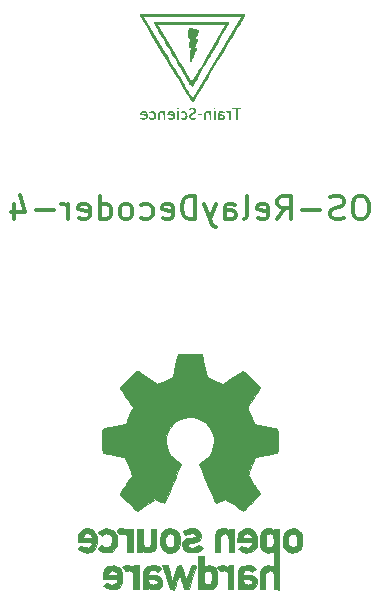
<source format=gbr>
%TF.GenerationSoftware,KiCad,Pcbnew,8.0.2*%
%TF.CreationDate,2024-10-12T15:49:16+02:00*%
%TF.ProjectId,OS-RelayDecoder-4,4f532d52-656c-4617-9944-65636f646572,rev?*%
%TF.SameCoordinates,Original*%
%TF.FileFunction,Legend,Bot*%
%TF.FilePolarity,Positive*%
%FSLAX46Y46*%
G04 Gerber Fmt 4.6, Leading zero omitted, Abs format (unit mm)*
G04 Created by KiCad (PCBNEW 8.0.2) date 2024-10-12 15:49:16*
%MOMM*%
%LPD*%
G01*
G04 APERTURE LIST*
G04 Aperture macros list*
%AMRoundRect*
0 Rectangle with rounded corners*
0 $1 Rounding radius*
0 $2 $3 $4 $5 $6 $7 $8 $9 X,Y pos of 4 corners*
0 Add a 4 corners polygon primitive as box body*
4,1,4,$2,$3,$4,$5,$6,$7,$8,$9,$2,$3,0*
0 Add four circle primitives for the rounded corners*
1,1,$1+$1,$2,$3*
1,1,$1+$1,$4,$5*
1,1,$1+$1,$6,$7*
1,1,$1+$1,$8,$9*
0 Add four rect primitives between the rounded corners*
20,1,$1+$1,$2,$3,$4,$5,0*
20,1,$1+$1,$4,$5,$6,$7,0*
20,1,$1+$1,$6,$7,$8,$9,0*
20,1,$1+$1,$8,$9,$2,$3,0*%
G04 Aperture macros list end*
%ADD10C,0.300000*%
%ADD11C,0.010000*%
%ADD12C,0.000000*%
%ADD13RoundRect,0.250000X1.550000X-0.650000X1.550000X0.650000X-1.550000X0.650000X-1.550000X-0.650000X0*%
%ADD14O,3.600000X1.800000*%
%ADD15C,3.200000*%
%ADD16RoundRect,0.250000X-1.550000X0.650000X-1.550000X-0.650000X1.550000X-0.650000X1.550000X0.650000X0*%
%ADD17C,2.200000*%
%ADD18R,1.700000X1.700000*%
%ADD19O,1.700000X1.700000*%
%ADD20RoundRect,0.250000X0.650000X1.550000X-0.650000X1.550000X-0.650000X-1.550000X0.650000X-1.550000X0*%
%ADD21O,1.800000X3.600000*%
G04 APERTURE END LIST*
D10*
X69229048Y-91719638D02*
X68848095Y-91719638D01*
X68848095Y-91719638D02*
X68657619Y-91814876D01*
X68657619Y-91814876D02*
X68467143Y-92005352D01*
X68467143Y-92005352D02*
X68371905Y-92386304D01*
X68371905Y-92386304D02*
X68371905Y-93052971D01*
X68371905Y-93052971D02*
X68467143Y-93433923D01*
X68467143Y-93433923D02*
X68657619Y-93624400D01*
X68657619Y-93624400D02*
X68848095Y-93719638D01*
X68848095Y-93719638D02*
X69229048Y-93719638D01*
X69229048Y-93719638D02*
X69419524Y-93624400D01*
X69419524Y-93624400D02*
X69610000Y-93433923D01*
X69610000Y-93433923D02*
X69705238Y-93052971D01*
X69705238Y-93052971D02*
X69705238Y-92386304D01*
X69705238Y-92386304D02*
X69610000Y-92005352D01*
X69610000Y-92005352D02*
X69419524Y-91814876D01*
X69419524Y-91814876D02*
X69229048Y-91719638D01*
X67610000Y-93624400D02*
X67324286Y-93719638D01*
X67324286Y-93719638D02*
X66848095Y-93719638D01*
X66848095Y-93719638D02*
X66657619Y-93624400D01*
X66657619Y-93624400D02*
X66562381Y-93529161D01*
X66562381Y-93529161D02*
X66467143Y-93338685D01*
X66467143Y-93338685D02*
X66467143Y-93148209D01*
X66467143Y-93148209D02*
X66562381Y-92957733D01*
X66562381Y-92957733D02*
X66657619Y-92862495D01*
X66657619Y-92862495D02*
X66848095Y-92767257D01*
X66848095Y-92767257D02*
X67229048Y-92672019D01*
X67229048Y-92672019D02*
X67419524Y-92576780D01*
X67419524Y-92576780D02*
X67514762Y-92481542D01*
X67514762Y-92481542D02*
X67610000Y-92291066D01*
X67610000Y-92291066D02*
X67610000Y-92100590D01*
X67610000Y-92100590D02*
X67514762Y-91910114D01*
X67514762Y-91910114D02*
X67419524Y-91814876D01*
X67419524Y-91814876D02*
X67229048Y-91719638D01*
X67229048Y-91719638D02*
X66752857Y-91719638D01*
X66752857Y-91719638D02*
X66467143Y-91814876D01*
X65610000Y-92957733D02*
X64086191Y-92957733D01*
X61990953Y-93719638D02*
X62657620Y-92767257D01*
X63133810Y-93719638D02*
X63133810Y-91719638D01*
X63133810Y-91719638D02*
X62371905Y-91719638D01*
X62371905Y-91719638D02*
X62181429Y-91814876D01*
X62181429Y-91814876D02*
X62086191Y-91910114D01*
X62086191Y-91910114D02*
X61990953Y-92100590D01*
X61990953Y-92100590D02*
X61990953Y-92386304D01*
X61990953Y-92386304D02*
X62086191Y-92576780D01*
X62086191Y-92576780D02*
X62181429Y-92672019D01*
X62181429Y-92672019D02*
X62371905Y-92767257D01*
X62371905Y-92767257D02*
X63133810Y-92767257D01*
X60371905Y-93624400D02*
X60562381Y-93719638D01*
X60562381Y-93719638D02*
X60943334Y-93719638D01*
X60943334Y-93719638D02*
X61133810Y-93624400D01*
X61133810Y-93624400D02*
X61229048Y-93433923D01*
X61229048Y-93433923D02*
X61229048Y-92672019D01*
X61229048Y-92672019D02*
X61133810Y-92481542D01*
X61133810Y-92481542D02*
X60943334Y-92386304D01*
X60943334Y-92386304D02*
X60562381Y-92386304D01*
X60562381Y-92386304D02*
X60371905Y-92481542D01*
X60371905Y-92481542D02*
X60276667Y-92672019D01*
X60276667Y-92672019D02*
X60276667Y-92862495D01*
X60276667Y-92862495D02*
X61229048Y-93052971D01*
X59133810Y-93719638D02*
X59324286Y-93624400D01*
X59324286Y-93624400D02*
X59419524Y-93433923D01*
X59419524Y-93433923D02*
X59419524Y-91719638D01*
X57514762Y-93719638D02*
X57514762Y-92672019D01*
X57514762Y-92672019D02*
X57610000Y-92481542D01*
X57610000Y-92481542D02*
X57800476Y-92386304D01*
X57800476Y-92386304D02*
X58181429Y-92386304D01*
X58181429Y-92386304D02*
X58371905Y-92481542D01*
X57514762Y-93624400D02*
X57705238Y-93719638D01*
X57705238Y-93719638D02*
X58181429Y-93719638D01*
X58181429Y-93719638D02*
X58371905Y-93624400D01*
X58371905Y-93624400D02*
X58467143Y-93433923D01*
X58467143Y-93433923D02*
X58467143Y-93243447D01*
X58467143Y-93243447D02*
X58371905Y-93052971D01*
X58371905Y-93052971D02*
X58181429Y-92957733D01*
X58181429Y-92957733D02*
X57705238Y-92957733D01*
X57705238Y-92957733D02*
X57514762Y-92862495D01*
X56752857Y-92386304D02*
X56276667Y-93719638D01*
X55800476Y-92386304D02*
X56276667Y-93719638D01*
X56276667Y-93719638D02*
X56467143Y-94195828D01*
X56467143Y-94195828D02*
X56562381Y-94291066D01*
X56562381Y-94291066D02*
X56752857Y-94386304D01*
X55038571Y-93719638D02*
X55038571Y-91719638D01*
X55038571Y-91719638D02*
X54562381Y-91719638D01*
X54562381Y-91719638D02*
X54276666Y-91814876D01*
X54276666Y-91814876D02*
X54086190Y-92005352D01*
X54086190Y-92005352D02*
X53990952Y-92195828D01*
X53990952Y-92195828D02*
X53895714Y-92576780D01*
X53895714Y-92576780D02*
X53895714Y-92862495D01*
X53895714Y-92862495D02*
X53990952Y-93243447D01*
X53990952Y-93243447D02*
X54086190Y-93433923D01*
X54086190Y-93433923D02*
X54276666Y-93624400D01*
X54276666Y-93624400D02*
X54562381Y-93719638D01*
X54562381Y-93719638D02*
X55038571Y-93719638D01*
X52276666Y-93624400D02*
X52467142Y-93719638D01*
X52467142Y-93719638D02*
X52848095Y-93719638D01*
X52848095Y-93719638D02*
X53038571Y-93624400D01*
X53038571Y-93624400D02*
X53133809Y-93433923D01*
X53133809Y-93433923D02*
X53133809Y-92672019D01*
X53133809Y-92672019D02*
X53038571Y-92481542D01*
X53038571Y-92481542D02*
X52848095Y-92386304D01*
X52848095Y-92386304D02*
X52467142Y-92386304D01*
X52467142Y-92386304D02*
X52276666Y-92481542D01*
X52276666Y-92481542D02*
X52181428Y-92672019D01*
X52181428Y-92672019D02*
X52181428Y-92862495D01*
X52181428Y-92862495D02*
X53133809Y-93052971D01*
X50467142Y-93624400D02*
X50657618Y-93719638D01*
X50657618Y-93719638D02*
X51038571Y-93719638D01*
X51038571Y-93719638D02*
X51229047Y-93624400D01*
X51229047Y-93624400D02*
X51324285Y-93529161D01*
X51324285Y-93529161D02*
X51419523Y-93338685D01*
X51419523Y-93338685D02*
X51419523Y-92767257D01*
X51419523Y-92767257D02*
X51324285Y-92576780D01*
X51324285Y-92576780D02*
X51229047Y-92481542D01*
X51229047Y-92481542D02*
X51038571Y-92386304D01*
X51038571Y-92386304D02*
X50657618Y-92386304D01*
X50657618Y-92386304D02*
X50467142Y-92481542D01*
X49324285Y-93719638D02*
X49514761Y-93624400D01*
X49514761Y-93624400D02*
X49609999Y-93529161D01*
X49609999Y-93529161D02*
X49705237Y-93338685D01*
X49705237Y-93338685D02*
X49705237Y-92767257D01*
X49705237Y-92767257D02*
X49609999Y-92576780D01*
X49609999Y-92576780D02*
X49514761Y-92481542D01*
X49514761Y-92481542D02*
X49324285Y-92386304D01*
X49324285Y-92386304D02*
X49038570Y-92386304D01*
X49038570Y-92386304D02*
X48848094Y-92481542D01*
X48848094Y-92481542D02*
X48752856Y-92576780D01*
X48752856Y-92576780D02*
X48657618Y-92767257D01*
X48657618Y-92767257D02*
X48657618Y-93338685D01*
X48657618Y-93338685D02*
X48752856Y-93529161D01*
X48752856Y-93529161D02*
X48848094Y-93624400D01*
X48848094Y-93624400D02*
X49038570Y-93719638D01*
X49038570Y-93719638D02*
X49324285Y-93719638D01*
X46943332Y-93719638D02*
X46943332Y-91719638D01*
X46943332Y-93624400D02*
X47133808Y-93719638D01*
X47133808Y-93719638D02*
X47514761Y-93719638D01*
X47514761Y-93719638D02*
X47705237Y-93624400D01*
X47705237Y-93624400D02*
X47800475Y-93529161D01*
X47800475Y-93529161D02*
X47895713Y-93338685D01*
X47895713Y-93338685D02*
X47895713Y-92767257D01*
X47895713Y-92767257D02*
X47800475Y-92576780D01*
X47800475Y-92576780D02*
X47705237Y-92481542D01*
X47705237Y-92481542D02*
X47514761Y-92386304D01*
X47514761Y-92386304D02*
X47133808Y-92386304D01*
X47133808Y-92386304D02*
X46943332Y-92481542D01*
X45229046Y-93624400D02*
X45419522Y-93719638D01*
X45419522Y-93719638D02*
X45800475Y-93719638D01*
X45800475Y-93719638D02*
X45990951Y-93624400D01*
X45990951Y-93624400D02*
X46086189Y-93433923D01*
X46086189Y-93433923D02*
X46086189Y-92672019D01*
X46086189Y-92672019D02*
X45990951Y-92481542D01*
X45990951Y-92481542D02*
X45800475Y-92386304D01*
X45800475Y-92386304D02*
X45419522Y-92386304D01*
X45419522Y-92386304D02*
X45229046Y-92481542D01*
X45229046Y-92481542D02*
X45133808Y-92672019D01*
X45133808Y-92672019D02*
X45133808Y-92862495D01*
X45133808Y-92862495D02*
X46086189Y-93052971D01*
X44276665Y-93719638D02*
X44276665Y-92386304D01*
X44276665Y-92767257D02*
X44181427Y-92576780D01*
X44181427Y-92576780D02*
X44086189Y-92481542D01*
X44086189Y-92481542D02*
X43895713Y-92386304D01*
X43895713Y-92386304D02*
X43705236Y-92386304D01*
X43038570Y-92957733D02*
X41514761Y-92957733D01*
X39705237Y-92386304D02*
X39705237Y-93719638D01*
X40181428Y-91624400D02*
X40657618Y-93052971D01*
X40657618Y-93052971D02*
X39419523Y-93052971D01*
D11*
%TO.C,REF\u002A\u002A*%
X48937866Y-119876703D02*
X49039946Y-119908569D01*
X49165656Y-119961536D01*
X49226522Y-119990000D01*
X49270450Y-119995146D01*
X49280164Y-119955692D01*
X49280173Y-119954576D01*
X49300742Y-119916909D01*
X49371682Y-119897602D01*
X49509180Y-119892164D01*
X49738197Y-119892164D01*
X49738197Y-121890853D01*
X49280164Y-121890853D01*
X49280164Y-120512778D01*
X49166300Y-120407252D01*
X49130727Y-120377261D01*
X49024766Y-120326020D01*
X48894280Y-120323967D01*
X48716607Y-120369182D01*
X48656713Y-120372045D01*
X48586454Y-120328182D01*
X48492937Y-120223927D01*
X48447573Y-120166259D01*
X48393924Y-120084834D01*
X48385656Y-120033004D01*
X48415694Y-119989280D01*
X48507908Y-119933989D01*
X48651131Y-119890231D01*
X48806520Y-119868533D01*
X48937866Y-119876703D01*
G36*
X48937866Y-119876703D02*
G01*
X49039946Y-119908569D01*
X49165656Y-119961536D01*
X49226522Y-119990000D01*
X49270450Y-119995146D01*
X49280164Y-119955692D01*
X49280173Y-119954576D01*
X49300742Y-119916909D01*
X49371682Y-119897602D01*
X49509180Y-119892164D01*
X49738197Y-119892164D01*
X49738197Y-121890853D01*
X49280164Y-121890853D01*
X49280164Y-120512778D01*
X49166300Y-120407252D01*
X49130727Y-120377261D01*
X49024766Y-120326020D01*
X48894280Y-120323967D01*
X48716607Y-120369182D01*
X48656713Y-120372045D01*
X48586454Y-120328182D01*
X48492937Y-120223927D01*
X48447573Y-120166259D01*
X48393924Y-120084834D01*
X48385656Y-120033004D01*
X48415694Y-119989280D01*
X48507908Y-119933989D01*
X48651131Y-119890231D01*
X48806520Y-119868533D01*
X48937866Y-119876703D01*
G37*
X49544320Y-123042538D02*
X49670122Y-123101416D01*
X49779836Y-123187717D01*
X49779836Y-123101416D01*
X49782570Y-123068648D01*
X49808008Y-123033907D01*
X49876801Y-123018563D01*
X50008852Y-123015115D01*
X50237869Y-123015115D01*
X50237869Y-125055443D01*
X49779836Y-125055443D01*
X49779836Y-124391172D01*
X49779781Y-124353038D01*
X49775874Y-124084969D01*
X49766284Y-123866606D01*
X49751697Y-123709115D01*
X49732795Y-123623659D01*
X49715440Y-123591399D01*
X49608601Y-123490220D01*
X49463074Y-123445433D01*
X49304167Y-123466327D01*
X49265189Y-123480488D01*
X49182156Y-123505519D01*
X49125408Y-123497746D01*
X49068306Y-123446867D01*
X48984213Y-123342579D01*
X48847821Y-123170370D01*
X48943688Y-123092743D01*
X49034818Y-123046017D01*
X49194893Y-123014460D01*
X49375319Y-123013426D01*
X49544320Y-123042538D01*
G36*
X49544320Y-123042538D02*
G01*
X49670122Y-123101416D01*
X49779836Y-123187717D01*
X49779836Y-123101416D01*
X49782570Y-123068648D01*
X49808008Y-123033907D01*
X49876801Y-123018563D01*
X50008852Y-123015115D01*
X50237869Y-123015115D01*
X50237869Y-125055443D01*
X49779836Y-125055443D01*
X49779836Y-124391172D01*
X49779781Y-124353038D01*
X49775874Y-124084969D01*
X49766284Y-123866606D01*
X49751697Y-123709115D01*
X49732795Y-123623659D01*
X49715440Y-123591399D01*
X49608601Y-123490220D01*
X49463074Y-123445433D01*
X49304167Y-123466327D01*
X49265189Y-123480488D01*
X49182156Y-123505519D01*
X49125408Y-123497746D01*
X49068306Y-123446867D01*
X48984213Y-123342579D01*
X48847821Y-123170370D01*
X48943688Y-123092743D01*
X49034818Y-123046017D01*
X49194893Y-123014460D01*
X49375319Y-123013426D01*
X49544320Y-123042538D01*
G37*
X58232623Y-125055443D02*
X57816230Y-125055443D01*
X57816230Y-124412744D01*
X57815769Y-124263246D01*
X57811034Y-124015641D01*
X57799048Y-123832334D01*
X57777209Y-123700652D01*
X57742918Y-123607924D01*
X57693574Y-123541479D01*
X57626576Y-123488646D01*
X57553436Y-123449278D01*
X57466828Y-123438116D01*
X57343652Y-123462938D01*
X57304068Y-123473272D01*
X57205263Y-123488825D01*
X57134612Y-123466540D01*
X57052728Y-123397568D01*
X57037190Y-123382568D01*
X56951282Y-123289777D01*
X56895881Y-123214333D01*
X56888281Y-123196158D01*
X56903340Y-123129044D01*
X56979700Y-123075387D01*
X57100214Y-123037729D01*
X57247737Y-123018613D01*
X57405123Y-123020581D01*
X57555227Y-123046175D01*
X57680902Y-123097937D01*
X57720737Y-123122108D01*
X57787800Y-123157484D01*
X57812625Y-123149383D01*
X57816230Y-123097782D01*
X57817075Y-123079255D01*
X57837163Y-123038218D01*
X57899475Y-123019540D01*
X58024426Y-123015115D01*
X58232623Y-123015115D01*
X58232623Y-125055443D01*
G36*
X58232623Y-125055443D02*
G01*
X57816230Y-125055443D01*
X57816230Y-124412744D01*
X57815769Y-124263246D01*
X57811034Y-124015641D01*
X57799048Y-123832334D01*
X57777209Y-123700652D01*
X57742918Y-123607924D01*
X57693574Y-123541479D01*
X57626576Y-123488646D01*
X57553436Y-123449278D01*
X57466828Y-123438116D01*
X57343652Y-123462938D01*
X57304068Y-123473272D01*
X57205263Y-123488825D01*
X57134612Y-123466540D01*
X57052728Y-123397568D01*
X57037190Y-123382568D01*
X56951282Y-123289777D01*
X56895881Y-123214333D01*
X56888281Y-123196158D01*
X56903340Y-123129044D01*
X56979700Y-123075387D01*
X57100214Y-123037729D01*
X57247737Y-123018613D01*
X57405123Y-123020581D01*
X57555227Y-123046175D01*
X57680902Y-123097937D01*
X57720737Y-123122108D01*
X57787800Y-123157484D01*
X57812625Y-123149383D01*
X57816230Y-123097782D01*
X57817075Y-123079255D01*
X57837163Y-123038218D01*
X57899475Y-123019540D01*
X58024426Y-123015115D01*
X58232623Y-123015115D01*
X58232623Y-125055443D01*
G37*
X50570984Y-120540311D02*
X50574496Y-120831896D01*
X50588245Y-121067391D01*
X50616099Y-121238561D01*
X50661916Y-121354995D01*
X50729556Y-121426287D01*
X50822877Y-121462028D01*
X50945738Y-121471811D01*
X51063046Y-121463080D01*
X51157789Y-121428905D01*
X51226652Y-121359671D01*
X51273496Y-121245786D01*
X51302177Y-121077660D01*
X51316556Y-120845698D01*
X51320492Y-120540311D01*
X51320492Y-119892164D01*
X51736885Y-119892164D01*
X51736885Y-120673551D01*
X51736171Y-120882118D01*
X51730619Y-121151827D01*
X51716688Y-121357515D01*
X51691004Y-121510957D01*
X51650192Y-121623928D01*
X51590878Y-121708204D01*
X51509687Y-121775558D01*
X51403245Y-121837766D01*
X51179726Y-121916516D01*
X50946452Y-121921654D01*
X50726515Y-121849132D01*
X50630553Y-121802121D01*
X50582946Y-121795094D01*
X50570984Y-121828313D01*
X50551122Y-121865611D01*
X50480029Y-121885258D01*
X50341967Y-121890853D01*
X50112951Y-121890853D01*
X50112951Y-119892164D01*
X50570984Y-119892164D01*
X50570984Y-120540311D01*
G36*
X50570984Y-120540311D02*
G01*
X50574496Y-120831896D01*
X50588245Y-121067391D01*
X50616099Y-121238561D01*
X50661916Y-121354995D01*
X50729556Y-121426287D01*
X50822877Y-121462028D01*
X50945738Y-121471811D01*
X51063046Y-121463080D01*
X51157789Y-121428905D01*
X51226652Y-121359671D01*
X51273496Y-121245786D01*
X51302177Y-121077660D01*
X51316556Y-120845698D01*
X51320492Y-120540311D01*
X51320492Y-119892164D01*
X51736885Y-119892164D01*
X51736885Y-120673551D01*
X51736171Y-120882118D01*
X51730619Y-121151827D01*
X51716688Y-121357515D01*
X51691004Y-121510957D01*
X51650192Y-121623928D01*
X51590878Y-121708204D01*
X51509687Y-121775558D01*
X51403245Y-121837766D01*
X51179726Y-121916516D01*
X50946452Y-121921654D01*
X50726515Y-121849132D01*
X50630553Y-121802121D01*
X50582946Y-121795094D01*
X50570984Y-121828313D01*
X50551122Y-121865611D01*
X50480029Y-121885258D01*
X50341967Y-121890853D01*
X50112951Y-121890853D01*
X50112951Y-119892164D01*
X50570984Y-119892164D01*
X50570984Y-120540311D01*
G37*
X57532727Y-119888224D02*
X57722541Y-119947861D01*
X57806233Y-119988395D01*
X57848325Y-119992581D01*
X57857869Y-119955692D01*
X57857878Y-119954576D01*
X57878447Y-119916909D01*
X57949386Y-119897602D01*
X58086885Y-119892164D01*
X58315902Y-119892164D01*
X58315902Y-121890853D01*
X57857869Y-121890853D01*
X57857869Y-121201911D01*
X57857556Y-120969270D01*
X57855414Y-120778168D01*
X57849684Y-120644441D01*
X57838603Y-120554463D01*
X57820413Y-120494607D01*
X57793353Y-120451249D01*
X57755663Y-120410763D01*
X57704323Y-120367701D01*
X57556694Y-120309843D01*
X57401731Y-120326824D01*
X57259776Y-120418334D01*
X57219203Y-120460924D01*
X57190076Y-120504026D01*
X57170541Y-120561386D01*
X57158681Y-120646807D01*
X57152581Y-120774093D01*
X57150326Y-120957050D01*
X57150000Y-121209481D01*
X57150000Y-121890853D01*
X56691967Y-121890853D01*
X56692882Y-121151754D01*
X56692944Y-121118833D01*
X56696915Y-120804448D01*
X56709115Y-120560233D01*
X56732677Y-120374313D01*
X56770738Y-120234811D01*
X56826432Y-120129853D01*
X56902894Y-120047561D01*
X57003260Y-119976062D01*
X57106892Y-119926563D01*
X57315599Y-119881591D01*
X57532727Y-119888224D01*
G36*
X57532727Y-119888224D02*
G01*
X57722541Y-119947861D01*
X57806233Y-119988395D01*
X57848325Y-119992581D01*
X57857869Y-119955692D01*
X57857878Y-119954576D01*
X57878447Y-119916909D01*
X57949386Y-119897602D01*
X58086885Y-119892164D01*
X58315902Y-119892164D01*
X58315902Y-121890853D01*
X57857869Y-121890853D01*
X57857869Y-121201911D01*
X57857556Y-120969270D01*
X57855414Y-120778168D01*
X57849684Y-120644441D01*
X57838603Y-120554463D01*
X57820413Y-120494607D01*
X57793353Y-120451249D01*
X57755663Y-120410763D01*
X57704323Y-120367701D01*
X57556694Y-120309843D01*
X57401731Y-120326824D01*
X57259776Y-120418334D01*
X57219203Y-120460924D01*
X57190076Y-120504026D01*
X57170541Y-120561386D01*
X57158681Y-120646807D01*
X57152581Y-120774093D01*
X57150326Y-120957050D01*
X57150000Y-121209481D01*
X57150000Y-121890853D01*
X56691967Y-121890853D01*
X56692882Y-121151754D01*
X56692944Y-121118833D01*
X56696915Y-120804448D01*
X56709115Y-120560233D01*
X56732677Y-120374313D01*
X56770738Y-120234811D01*
X56826432Y-120129853D01*
X56902894Y-120047561D01*
X57003260Y-119976062D01*
X57106892Y-119926563D01*
X57315599Y-119881591D01*
X57532727Y-119888224D01*
G37*
X47766536Y-119901698D02*
X47993741Y-119990217D01*
X48185898Y-120136341D01*
X48327824Y-120337039D01*
X48337408Y-120357503D01*
X48398257Y-120557093D01*
X48428658Y-120795510D01*
X48428419Y-121043745D01*
X48397346Y-121272791D01*
X48335247Y-121453639D01*
X48258574Y-121579685D01*
X48089806Y-121758249D01*
X47878784Y-121871755D01*
X47698240Y-121917653D01*
X47423327Y-121922666D01*
X47160260Y-121853443D01*
X46926977Y-121712978D01*
X46775989Y-121588521D01*
X46911982Y-121448212D01*
X46997898Y-121365092D01*
X47075613Y-121318813D01*
X47147670Y-121329004D01*
X47239836Y-121391180D01*
X47276585Y-121415522D01*
X47431838Y-121465342D01*
X47610283Y-121465311D01*
X47777350Y-121413964D01*
X47840258Y-121372730D01*
X47932533Y-121250966D01*
X47978792Y-121072124D01*
X47981769Y-120828373D01*
X47981760Y-120828236D01*
X47947342Y-120610154D01*
X47871525Y-120458949D01*
X47746766Y-120365418D01*
X47565525Y-120320357D01*
X47451390Y-120314296D01*
X47351664Y-120339113D01*
X47249386Y-120411010D01*
X47117033Y-120522378D01*
X46949418Y-120387679D01*
X46888181Y-120336077D01*
X46811692Y-120262142D01*
X46781803Y-120218571D01*
X46792388Y-120198936D01*
X46853352Y-120138651D01*
X46950469Y-120061981D01*
X47026457Y-120012090D01*
X47267712Y-119909602D01*
X47519465Y-119873815D01*
X47766536Y-119901698D01*
G36*
X47766536Y-119901698D02*
G01*
X47993741Y-119990217D01*
X48185898Y-120136341D01*
X48327824Y-120337039D01*
X48337408Y-120357503D01*
X48398257Y-120557093D01*
X48428658Y-120795510D01*
X48428419Y-121043745D01*
X48397346Y-121272791D01*
X48335247Y-121453639D01*
X48258574Y-121579685D01*
X48089806Y-121758249D01*
X47878784Y-121871755D01*
X47698240Y-121917653D01*
X47423327Y-121922666D01*
X47160260Y-121853443D01*
X46926977Y-121712978D01*
X46775989Y-121588521D01*
X46911982Y-121448212D01*
X46997898Y-121365092D01*
X47075613Y-121318813D01*
X47147670Y-121329004D01*
X47239836Y-121391180D01*
X47276585Y-121415522D01*
X47431838Y-121465342D01*
X47610283Y-121465311D01*
X47777350Y-121413964D01*
X47840258Y-121372730D01*
X47932533Y-121250966D01*
X47978792Y-121072124D01*
X47981769Y-120828373D01*
X47981760Y-120828236D01*
X47947342Y-120610154D01*
X47871525Y-120458949D01*
X47746766Y-120365418D01*
X47565525Y-120320357D01*
X47451390Y-120314296D01*
X47351664Y-120339113D01*
X47249386Y-120411010D01*
X47117033Y-120522378D01*
X46949418Y-120387679D01*
X46888181Y-120336077D01*
X46811692Y-120262142D01*
X46781803Y-120218571D01*
X46792388Y-120198936D01*
X46853352Y-120138651D01*
X46950469Y-120061981D01*
X47026457Y-120012090D01*
X47267712Y-119909602D01*
X47519465Y-119873815D01*
X47766536Y-119901698D01*
G37*
X53725363Y-121035142D02*
X53713746Y-121166920D01*
X53662401Y-121418503D01*
X53570562Y-121610478D01*
X53430779Y-121755484D01*
X53235604Y-121866161D01*
X53159826Y-121892501D01*
X52963573Y-121925365D01*
X52757055Y-121924472D01*
X52582793Y-121888373D01*
X52579368Y-121887063D01*
X52438935Y-121804452D01*
X52297058Y-121676566D01*
X52179333Y-121530323D01*
X52111357Y-121392637D01*
X52091206Y-121291991D01*
X52073955Y-121103550D01*
X52071064Y-120935581D01*
X52490576Y-120935581D01*
X52515655Y-121137051D01*
X52574572Y-121302599D01*
X52663834Y-121410772D01*
X52697667Y-121429345D01*
X52826682Y-121463104D01*
X52975907Y-121470050D01*
X53101450Y-121446590D01*
X53150449Y-121412949D01*
X53219228Y-121295303D01*
X53262506Y-121111177D01*
X53277541Y-120869553D01*
X53277301Y-120799999D01*
X53272077Y-120659064D01*
X53254707Y-120567126D01*
X53218265Y-120499193D01*
X53155826Y-120430273D01*
X53037013Y-120346738D01*
X52882339Y-120312587D01*
X52732896Y-120345114D01*
X52608809Y-120439191D01*
X52530204Y-120589690D01*
X52502826Y-120719646D01*
X52490576Y-120935581D01*
X52071064Y-120935581D01*
X52070261Y-120888939D01*
X52079517Y-120675333D01*
X52101114Y-120489907D01*
X52134446Y-120359838D01*
X52212085Y-120212574D01*
X52376864Y-120031505D01*
X52587479Y-119916805D01*
X52837664Y-119871406D01*
X53121158Y-119898236D01*
X53168330Y-119909666D01*
X53388007Y-120008230D01*
X53553543Y-120170049D01*
X53664944Y-120395134D01*
X53722215Y-120683495D01*
X53723881Y-120869553D01*
X53725363Y-121035142D01*
G36*
X53725363Y-121035142D02*
G01*
X53713746Y-121166920D01*
X53662401Y-121418503D01*
X53570562Y-121610478D01*
X53430779Y-121755484D01*
X53235604Y-121866161D01*
X53159826Y-121892501D01*
X52963573Y-121925365D01*
X52757055Y-121924472D01*
X52582793Y-121888373D01*
X52579368Y-121887063D01*
X52438935Y-121804452D01*
X52297058Y-121676566D01*
X52179333Y-121530323D01*
X52111357Y-121392637D01*
X52091206Y-121291991D01*
X52073955Y-121103550D01*
X52071064Y-120935581D01*
X52490576Y-120935581D01*
X52515655Y-121137051D01*
X52574572Y-121302599D01*
X52663834Y-121410772D01*
X52697667Y-121429345D01*
X52826682Y-121463104D01*
X52975907Y-121470050D01*
X53101450Y-121446590D01*
X53150449Y-121412949D01*
X53219228Y-121295303D01*
X53262506Y-121111177D01*
X53277541Y-120869553D01*
X53277301Y-120799999D01*
X53272077Y-120659064D01*
X53254707Y-120567126D01*
X53218265Y-120499193D01*
X53155826Y-120430273D01*
X53037013Y-120346738D01*
X52882339Y-120312587D01*
X52732896Y-120345114D01*
X52608809Y-120439191D01*
X52530204Y-120589690D01*
X52502826Y-120719646D01*
X52490576Y-120935581D01*
X52071064Y-120935581D01*
X52070261Y-120888939D01*
X52079517Y-120675333D01*
X52101114Y-120489907D01*
X52134446Y-120359838D01*
X52212085Y-120212574D01*
X52376864Y-120031505D01*
X52587479Y-119916805D01*
X52837664Y-119871406D01*
X53121158Y-119898236D01*
X53168330Y-119909666D01*
X53388007Y-120008230D01*
X53553543Y-120170049D01*
X53664944Y-120395134D01*
X53722215Y-120683495D01*
X53723881Y-120869553D01*
X53725363Y-121035142D01*
G37*
X54056976Y-123668956D02*
X54113269Y-123836911D01*
X54179862Y-124022842D01*
X54235470Y-124163697D01*
X54275496Y-124247998D01*
X54295344Y-124264269D01*
X54300134Y-124250120D01*
X54326056Y-124163331D01*
X54367345Y-124018377D01*
X54419415Y-123831486D01*
X54477683Y-123618885D01*
X54636208Y-123035935D01*
X54878253Y-123023288D01*
X54898685Y-123022275D01*
X55029208Y-123020935D01*
X55091928Y-123034334D01*
X55099916Y-123064928D01*
X55089826Y-123094808D01*
X55056631Y-123197076D01*
X55004661Y-123359048D01*
X54937620Y-123569138D01*
X54859209Y-123815759D01*
X54773133Y-124087328D01*
X54466733Y-125055443D01*
X54083454Y-125055443D01*
X53902857Y-124441262D01*
X53869509Y-124328482D01*
X53807878Y-124123448D01*
X53755215Y-123952605D01*
X53716262Y-123831217D01*
X53695761Y-123774549D01*
X53689920Y-123770321D01*
X53661497Y-123806874D01*
X53620915Y-123903537D01*
X53574919Y-124045205D01*
X53572489Y-124053526D01*
X53510908Y-124262604D01*
X53440447Y-124499335D01*
X53375882Y-124714070D01*
X53271189Y-125059746D01*
X53078118Y-125047185D01*
X52885048Y-125034623D01*
X52706228Y-124472492D01*
X52627719Y-124225492D01*
X52539777Y-123948471D01*
X52455567Y-123682903D01*
X52385861Y-123462738D01*
X52244313Y-123015115D01*
X52717864Y-123015115D01*
X52832645Y-123441918D01*
X52863158Y-123554693D01*
X52920867Y-123764936D01*
X52974309Y-123956204D01*
X53014936Y-124097738D01*
X53082445Y-124326754D01*
X53297752Y-123681344D01*
X53513058Y-123035935D01*
X53842422Y-123011209D01*
X54056976Y-123668956D01*
G36*
X54056976Y-123668956D02*
G01*
X54113269Y-123836911D01*
X54179862Y-124022842D01*
X54235470Y-124163697D01*
X54275496Y-124247998D01*
X54295344Y-124264269D01*
X54300134Y-124250120D01*
X54326056Y-124163331D01*
X54367345Y-124018377D01*
X54419415Y-123831486D01*
X54477683Y-123618885D01*
X54636208Y-123035935D01*
X54878253Y-123023288D01*
X54898685Y-123022275D01*
X55029208Y-123020935D01*
X55091928Y-123034334D01*
X55099916Y-123064928D01*
X55089826Y-123094808D01*
X55056631Y-123197076D01*
X55004661Y-123359048D01*
X54937620Y-123569138D01*
X54859209Y-123815759D01*
X54773133Y-124087328D01*
X54466733Y-125055443D01*
X54083454Y-125055443D01*
X53902857Y-124441262D01*
X53869509Y-124328482D01*
X53807878Y-124123448D01*
X53755215Y-123952605D01*
X53716262Y-123831217D01*
X53695761Y-123774549D01*
X53689920Y-123770321D01*
X53661497Y-123806874D01*
X53620915Y-123903537D01*
X53574919Y-124045205D01*
X53572489Y-124053526D01*
X53510908Y-124262604D01*
X53440447Y-124499335D01*
X53375882Y-124714070D01*
X53271189Y-125059746D01*
X53078118Y-125047185D01*
X52885048Y-125034623D01*
X52706228Y-124472492D01*
X52627719Y-124225492D01*
X52539777Y-123948471D01*
X52455567Y-123682903D01*
X52385861Y-123462738D01*
X52244313Y-123015115D01*
X52717864Y-123015115D01*
X52832645Y-123441918D01*
X52863158Y-123554693D01*
X52920867Y-123764936D01*
X52974309Y-123956204D01*
X53014936Y-124097738D01*
X53082445Y-124326754D01*
X53297752Y-123681344D01*
X53513058Y-123035935D01*
X53842422Y-123011209D01*
X54056976Y-123668956D01*
G37*
X64097367Y-121005868D02*
X64091991Y-121136273D01*
X64079788Y-121295294D01*
X64058999Y-121408005D01*
X64024670Y-121497314D01*
X63971846Y-121586130D01*
X63969596Y-121589496D01*
X63839521Y-121733393D01*
X63680370Y-121843145D01*
X63495303Y-121908272D01*
X63251846Y-121929418D01*
X63013232Y-121887838D01*
X62799945Y-121787643D01*
X62632471Y-121632941D01*
X62584391Y-121559847D01*
X62494602Y-121332614D01*
X62450070Y-121052256D01*
X62450832Y-120981339D01*
X62898358Y-120981339D01*
X62899200Y-121113967D01*
X62913263Y-121202512D01*
X62945303Y-121270550D01*
X63000080Y-121341653D01*
X63076096Y-121412212D01*
X63228131Y-121475179D01*
X63391377Y-121463484D01*
X63547397Y-121375971D01*
X63591407Y-121334173D01*
X63638398Y-121262621D01*
X63664455Y-121162049D01*
X63679225Y-121005335D01*
X63683294Y-120887611D01*
X63661004Y-120647198D01*
X63592600Y-120475075D01*
X63477780Y-120370292D01*
X63343187Y-120320117D01*
X63182671Y-120324340D01*
X63033880Y-120409050D01*
X62998309Y-120441298D01*
X62953420Y-120497721D01*
X62926788Y-120571538D01*
X62912011Y-120684710D01*
X62902691Y-120859195D01*
X62898358Y-120981339D01*
X62450832Y-120981339D01*
X62453505Y-120732408D01*
X62457888Y-120687042D01*
X62519043Y-120396482D01*
X62632184Y-120170919D01*
X62797553Y-120010108D01*
X63015390Y-119913802D01*
X63285936Y-119881754D01*
X63388151Y-119884762D01*
X63597769Y-119921566D01*
X63769175Y-120009412D01*
X63928978Y-120159802D01*
X63954536Y-120189986D01*
X64023468Y-120291641D01*
X64068772Y-120406745D01*
X64093893Y-120552610D01*
X64102276Y-120746548D01*
X64099605Y-120887611D01*
X64097367Y-121005868D01*
G36*
X64097367Y-121005868D02*
G01*
X64091991Y-121136273D01*
X64079788Y-121295294D01*
X64058999Y-121408005D01*
X64024670Y-121497314D01*
X63971846Y-121586130D01*
X63969596Y-121589496D01*
X63839521Y-121733393D01*
X63680370Y-121843145D01*
X63495303Y-121908272D01*
X63251846Y-121929418D01*
X63013232Y-121887838D01*
X62799945Y-121787643D01*
X62632471Y-121632941D01*
X62584391Y-121559847D01*
X62494602Y-121332614D01*
X62450070Y-121052256D01*
X62450832Y-120981339D01*
X62898358Y-120981339D01*
X62899200Y-121113967D01*
X62913263Y-121202512D01*
X62945303Y-121270550D01*
X63000080Y-121341653D01*
X63076096Y-121412212D01*
X63228131Y-121475179D01*
X63391377Y-121463484D01*
X63547397Y-121375971D01*
X63591407Y-121334173D01*
X63638398Y-121262621D01*
X63664455Y-121162049D01*
X63679225Y-121005335D01*
X63683294Y-120887611D01*
X63661004Y-120647198D01*
X63592600Y-120475075D01*
X63477780Y-120370292D01*
X63343187Y-120320117D01*
X63182671Y-120324340D01*
X63033880Y-120409050D01*
X62998309Y-120441298D01*
X62953420Y-120497721D01*
X62926788Y-120571538D01*
X62912011Y-120684710D01*
X62902691Y-120859195D01*
X62898358Y-120981339D01*
X62450832Y-120981339D01*
X62453505Y-120732408D01*
X62457888Y-120687042D01*
X62519043Y-120396482D01*
X62632184Y-120170919D01*
X62797553Y-120010108D01*
X63015390Y-119913802D01*
X63285936Y-119881754D01*
X63388151Y-119884762D01*
X63597769Y-119921566D01*
X63769175Y-120009412D01*
X63928978Y-120159802D01*
X63954536Y-120189986D01*
X64023468Y-120291641D01*
X64068772Y-120406745D01*
X64093893Y-120552610D01*
X64102276Y-120746548D01*
X64099605Y-120887611D01*
X64097367Y-121005868D01*
G37*
X56897440Y-124191117D02*
X56892161Y-124369136D01*
X56881546Y-124493141D01*
X56879727Y-124504506D01*
X56808284Y-124707781D01*
X56677813Y-124880118D01*
X56506655Y-124996873D01*
X56322853Y-125045201D01*
X56096777Y-125041451D01*
X55888804Y-124976653D01*
X55834633Y-124949308D01*
X55764974Y-124920008D01*
X55738466Y-124929123D01*
X55734262Y-124976653D01*
X55732332Y-125000354D01*
X55707405Y-125035407D01*
X55638175Y-125051546D01*
X55505246Y-125055443D01*
X55276230Y-125055443D01*
X55276230Y-124055736D01*
X55734262Y-124055736D01*
X55737544Y-124228926D01*
X55750866Y-124344231D01*
X55779308Y-124423224D01*
X55827951Y-124489422D01*
X55956393Y-124587848D01*
X56106701Y-124620845D01*
X56252456Y-124580041D01*
X56375217Y-124466217D01*
X56407666Y-124382924D01*
X56431635Y-124235428D01*
X56442172Y-124056480D01*
X56438852Y-123872934D01*
X56421250Y-123711646D01*
X56388940Y-123599473D01*
X56378617Y-123581076D01*
X56279109Y-123488626D01*
X56144257Y-123447669D01*
X55999428Y-123457195D01*
X55869988Y-123516195D01*
X55781303Y-123623659D01*
X55777638Y-123632698D01*
X55755647Y-123733540D01*
X55740135Y-123884229D01*
X55734262Y-124055736D01*
X55276230Y-124055736D01*
X55276230Y-122223967D01*
X55734262Y-122223967D01*
X55734262Y-123194579D01*
X55819101Y-123117801D01*
X55900787Y-123070081D01*
X56055393Y-123030190D01*
X56236121Y-123017336D01*
X56412616Y-123033117D01*
X56554521Y-123079127D01*
X56656088Y-123144579D01*
X56760706Y-123256077D01*
X56831117Y-123406024D01*
X56873442Y-123608856D01*
X56893806Y-123879010D01*
X56896800Y-123988212D01*
X56897016Y-124056480D01*
X56897440Y-124191117D01*
G36*
X56897440Y-124191117D02*
G01*
X56892161Y-124369136D01*
X56881546Y-124493141D01*
X56879727Y-124504506D01*
X56808284Y-124707781D01*
X56677813Y-124880118D01*
X56506655Y-124996873D01*
X56322853Y-125045201D01*
X56096777Y-125041451D01*
X55888804Y-124976653D01*
X55834633Y-124949308D01*
X55764974Y-124920008D01*
X55738466Y-124929123D01*
X55734262Y-124976653D01*
X55732332Y-125000354D01*
X55707405Y-125035407D01*
X55638175Y-125051546D01*
X55505246Y-125055443D01*
X55276230Y-125055443D01*
X55276230Y-124055736D01*
X55734262Y-124055736D01*
X55737544Y-124228926D01*
X55750866Y-124344231D01*
X55779308Y-124423224D01*
X55827951Y-124489422D01*
X55956393Y-124587848D01*
X56106701Y-124620845D01*
X56252456Y-124580041D01*
X56375217Y-124466217D01*
X56407666Y-124382924D01*
X56431635Y-124235428D01*
X56442172Y-124056480D01*
X56438852Y-123872934D01*
X56421250Y-123711646D01*
X56388940Y-123599473D01*
X56378617Y-123581076D01*
X56279109Y-123488626D01*
X56144257Y-123447669D01*
X55999428Y-123457195D01*
X55869988Y-123516195D01*
X55781303Y-123623659D01*
X55777638Y-123632698D01*
X55755647Y-123733540D01*
X55740135Y-123884229D01*
X55734262Y-124055736D01*
X55276230Y-124055736D01*
X55276230Y-122223967D01*
X55734262Y-122223967D01*
X55734262Y-123194579D01*
X55819101Y-123117801D01*
X55900787Y-123070081D01*
X56055393Y-123030190D01*
X56236121Y-123017336D01*
X56412616Y-123033117D01*
X56554521Y-123079127D01*
X56656088Y-123144579D01*
X56760706Y-123256077D01*
X56831117Y-123406024D01*
X56873442Y-123608856D01*
X56893806Y-123879010D01*
X56896800Y-123988212D01*
X56897016Y-124056480D01*
X56897440Y-124191117D01*
G37*
X46726848Y-120757332D02*
X46721487Y-121076040D01*
X46720790Y-121082308D01*
X46660920Y-121374748D01*
X46552750Y-121602118D01*
X46392910Y-121769414D01*
X46178033Y-121881628D01*
X46138587Y-121894460D01*
X45894102Y-121932278D01*
X45641247Y-121911189D01*
X45406172Y-121835832D01*
X45215026Y-121710843D01*
X45071849Y-121578558D01*
X45224038Y-121458220D01*
X45376227Y-121337883D01*
X45559637Y-121426991D01*
X45771859Y-121499194D01*
X45959208Y-121501355D01*
X46112491Y-121435017D01*
X46222795Y-121301863D01*
X46262338Y-121222077D01*
X46284412Y-121153890D01*
X46271640Y-121107827D01*
X46214335Y-121079550D01*
X46102811Y-121064723D01*
X45927381Y-121059007D01*
X45678361Y-121058066D01*
X45074590Y-121058066D01*
X45074590Y-120769301D01*
X45079101Y-120642530D01*
X45504217Y-120642530D01*
X45524634Y-120665848D01*
X45585086Y-120677983D01*
X45699987Y-120682588D01*
X45883751Y-120683312D01*
X45982293Y-120682155D01*
X46137795Y-120674508D01*
X46243278Y-120661116D01*
X46282131Y-120643632D01*
X46272190Y-120579122D01*
X46202126Y-120455683D01*
X46085371Y-120354278D01*
X45946184Y-120293032D01*
X45808827Y-120290066D01*
X45705434Y-120339179D01*
X45588276Y-120450944D01*
X45513783Y-120589623D01*
X45509419Y-120604382D01*
X45504217Y-120642530D01*
X45079101Y-120642530D01*
X45080025Y-120616573D01*
X45095984Y-120465465D01*
X45118783Y-120363317D01*
X45135403Y-120324320D01*
X45256375Y-120150633D01*
X45431170Y-120005772D01*
X45635586Y-119910922D01*
X45742208Y-119885019D01*
X45996258Y-119873229D01*
X46222626Y-119933209D01*
X46415089Y-120058284D01*
X46567428Y-120241780D01*
X46673421Y-120477020D01*
X46705177Y-120643632D01*
X46726848Y-120757332D01*
G36*
X46726848Y-120757332D02*
G01*
X46721487Y-121076040D01*
X46720790Y-121082308D01*
X46660920Y-121374748D01*
X46552750Y-121602118D01*
X46392910Y-121769414D01*
X46178033Y-121881628D01*
X46138587Y-121894460D01*
X45894102Y-121932278D01*
X45641247Y-121911189D01*
X45406172Y-121835832D01*
X45215026Y-121710843D01*
X45071849Y-121578558D01*
X45224038Y-121458220D01*
X45376227Y-121337883D01*
X45559637Y-121426991D01*
X45771859Y-121499194D01*
X45959208Y-121501355D01*
X46112491Y-121435017D01*
X46222795Y-121301863D01*
X46262338Y-121222077D01*
X46284412Y-121153890D01*
X46271640Y-121107827D01*
X46214335Y-121079550D01*
X46102811Y-121064723D01*
X45927381Y-121059007D01*
X45678361Y-121058066D01*
X45074590Y-121058066D01*
X45074590Y-120769301D01*
X45079101Y-120642530D01*
X45504217Y-120642530D01*
X45524634Y-120665848D01*
X45585086Y-120677983D01*
X45699987Y-120682588D01*
X45883751Y-120683312D01*
X45982293Y-120682155D01*
X46137795Y-120674508D01*
X46243278Y-120661116D01*
X46282131Y-120643632D01*
X46272190Y-120579122D01*
X46202126Y-120455683D01*
X46085371Y-120354278D01*
X45946184Y-120293032D01*
X45808827Y-120290066D01*
X45705434Y-120339179D01*
X45588276Y-120450944D01*
X45513783Y-120589623D01*
X45509419Y-120604382D01*
X45504217Y-120642530D01*
X45079101Y-120642530D01*
X45080025Y-120616573D01*
X45095984Y-120465465D01*
X45118783Y-120363317D01*
X45135403Y-120324320D01*
X45256375Y-120150633D01*
X45431170Y-120005772D01*
X45635586Y-119910922D01*
X45742208Y-119885019D01*
X45996258Y-119873229D01*
X46222626Y-119933209D01*
X46415089Y-120058284D01*
X46567428Y-120241780D01*
X46673421Y-120477020D01*
X46705177Y-120643632D01*
X46726848Y-120757332D01*
G37*
X54937419Y-119890814D02*
X55177903Y-119951088D01*
X55353580Y-120062805D01*
X55465452Y-120226714D01*
X55514521Y-120443565D01*
X55504587Y-120651172D01*
X55432878Y-120826280D01*
X55295365Y-120955748D01*
X55089291Y-121042104D01*
X54811899Y-121087875D01*
X54631657Y-121111866D01*
X54467143Y-121163773D01*
X54382206Y-121238941D01*
X54377079Y-121337238D01*
X54411260Y-121398529D01*
X54517119Y-121471170D01*
X54667603Y-121505528D01*
X54843952Y-121500830D01*
X55027406Y-121456300D01*
X55199204Y-121371165D01*
X55370491Y-121257813D01*
X55671803Y-121562705D01*
X55546885Y-121664670D01*
X55498313Y-121700097D01*
X55361650Y-121780587D01*
X55213770Y-121849944D01*
X55096735Y-121889749D01*
X54925367Y-121918580D01*
X54714098Y-121918962D01*
X54455023Y-121887218D01*
X54221639Y-121806758D01*
X54056441Y-121678949D01*
X53959039Y-121503473D01*
X53929044Y-121280015D01*
X53950757Y-121083435D01*
X54020457Y-120922491D01*
X54145945Y-120807230D01*
X54335160Y-120730575D01*
X54596044Y-120685447D01*
X54626009Y-120682180D01*
X54788439Y-120661348D01*
X54920204Y-120639547D01*
X54995164Y-120620998D01*
X55020180Y-120606062D01*
X55062471Y-120529049D01*
X55055602Y-120430466D01*
X54999084Y-120344886D01*
X54969406Y-120326221D01*
X54845738Y-120296316D01*
X54686000Y-120298326D01*
X54519430Y-120330152D01*
X54375268Y-120389691D01*
X54223789Y-120479066D01*
X54106292Y-120341762D01*
X54077780Y-120306881D01*
X54013547Y-120213437D01*
X53987102Y-120150106D01*
X54014871Y-120111274D01*
X54100783Y-120050656D01*
X54224836Y-119985426D01*
X54242315Y-119977452D01*
X54405900Y-119914907D01*
X54563582Y-119885003D01*
X54759257Y-119878999D01*
X54937419Y-119890814D01*
G36*
X54937419Y-119890814D02*
G01*
X55177903Y-119951088D01*
X55353580Y-120062805D01*
X55465452Y-120226714D01*
X55514521Y-120443565D01*
X55504587Y-120651172D01*
X55432878Y-120826280D01*
X55295365Y-120955748D01*
X55089291Y-121042104D01*
X54811899Y-121087875D01*
X54631657Y-121111866D01*
X54467143Y-121163773D01*
X54382206Y-121238941D01*
X54377079Y-121337238D01*
X54411260Y-121398529D01*
X54517119Y-121471170D01*
X54667603Y-121505528D01*
X54843952Y-121500830D01*
X55027406Y-121456300D01*
X55199204Y-121371165D01*
X55370491Y-121257813D01*
X55671803Y-121562705D01*
X55546885Y-121664670D01*
X55498313Y-121700097D01*
X55361650Y-121780587D01*
X55213770Y-121849944D01*
X55096735Y-121889749D01*
X54925367Y-121918580D01*
X54714098Y-121918962D01*
X54455023Y-121887218D01*
X54221639Y-121806758D01*
X54056441Y-121678949D01*
X53959039Y-121503473D01*
X53929044Y-121280015D01*
X53950757Y-121083435D01*
X54020457Y-120922491D01*
X54145945Y-120807230D01*
X54335160Y-120730575D01*
X54596044Y-120685447D01*
X54626009Y-120682180D01*
X54788439Y-120661348D01*
X54920204Y-120639547D01*
X54995164Y-120620998D01*
X55020180Y-120606062D01*
X55062471Y-120529049D01*
X55055602Y-120430466D01*
X54999084Y-120344886D01*
X54969406Y-120326221D01*
X54845738Y-120296316D01*
X54686000Y-120298326D01*
X54519430Y-120330152D01*
X54375268Y-120389691D01*
X54223789Y-120479066D01*
X54106292Y-120341762D01*
X54077780Y-120306881D01*
X54013547Y-120213437D01*
X53987102Y-120150106D01*
X54014871Y-120111274D01*
X54100783Y-120050656D01*
X54224836Y-119985426D01*
X54242315Y-119977452D01*
X54405900Y-119914907D01*
X54563582Y-119885003D01*
X54759257Y-119878999D01*
X54937419Y-119890814D01*
G37*
X48862449Y-124035279D02*
X48857035Y-124190716D01*
X48807722Y-124487979D01*
X48706254Y-124721721D01*
X48551738Y-124893612D01*
X48343279Y-125005321D01*
X48275926Y-125025059D01*
X48035436Y-125052625D01*
X47781499Y-125029362D01*
X47552131Y-124957564D01*
X47471326Y-124916813D01*
X47355469Y-124847008D01*
X47285257Y-124789570D01*
X47274890Y-124776446D01*
X47255497Y-124728451D01*
X47283440Y-124676276D01*
X47368535Y-124597259D01*
X47409601Y-124562861D01*
X47490499Y-124499913D01*
X47532917Y-124474184D01*
X47545069Y-124476834D01*
X47614712Y-124505484D01*
X47718689Y-124555771D01*
X47752589Y-124572313D01*
X47952576Y-124633738D01*
X48126320Y-124617904D01*
X48278677Y-124524541D01*
X48296404Y-124507290D01*
X48381159Y-124399232D01*
X48429585Y-124295525D01*
X48456405Y-124181017D01*
X47198197Y-124181017D01*
X47198429Y-123962410D01*
X47198562Y-123940668D01*
X47215549Y-123765280D01*
X47656230Y-123765280D01*
X47661433Y-123801655D01*
X47688148Y-123826724D01*
X47751826Y-123840638D01*
X47867899Y-123846623D01*
X48051803Y-123847902D01*
X48154044Y-123846575D01*
X48304958Y-123838829D01*
X48408760Y-123825702D01*
X48447377Y-123808973D01*
X48414443Y-123671263D01*
X48318022Y-123542732D01*
X48178956Y-123453563D01*
X48018310Y-123422718D01*
X47900034Y-123457489D01*
X47781804Y-123542488D01*
X47691927Y-123653229D01*
X47656230Y-123765280D01*
X47215549Y-123765280D01*
X47224610Y-123671720D01*
X47300432Y-123452931D01*
X47432731Y-123264326D01*
X47513439Y-123184544D01*
X47680124Y-123077746D01*
X47879158Y-123025999D01*
X48130562Y-123022360D01*
X48252002Y-123036626D01*
X48476166Y-123110702D01*
X48647790Y-123245525D01*
X48768376Y-123443175D01*
X48839428Y-123705733D01*
X48846641Y-123808973D01*
X48862449Y-124035279D01*
G36*
X48862449Y-124035279D02*
G01*
X48857035Y-124190716D01*
X48807722Y-124487979D01*
X48706254Y-124721721D01*
X48551738Y-124893612D01*
X48343279Y-125005321D01*
X48275926Y-125025059D01*
X48035436Y-125052625D01*
X47781499Y-125029362D01*
X47552131Y-124957564D01*
X47471326Y-124916813D01*
X47355469Y-124847008D01*
X47285257Y-124789570D01*
X47274890Y-124776446D01*
X47255497Y-124728451D01*
X47283440Y-124676276D01*
X47368535Y-124597259D01*
X47409601Y-124562861D01*
X47490499Y-124499913D01*
X47532917Y-124474184D01*
X47545069Y-124476834D01*
X47614712Y-124505484D01*
X47718689Y-124555771D01*
X47752589Y-124572313D01*
X47952576Y-124633738D01*
X48126320Y-124617904D01*
X48278677Y-124524541D01*
X48296404Y-124507290D01*
X48381159Y-124399232D01*
X48429585Y-124295525D01*
X48456405Y-124181017D01*
X47198197Y-124181017D01*
X47198429Y-123962410D01*
X47198562Y-123940668D01*
X47215549Y-123765280D01*
X47656230Y-123765280D01*
X47661433Y-123801655D01*
X47688148Y-123826724D01*
X47751826Y-123840638D01*
X47867899Y-123846623D01*
X48051803Y-123847902D01*
X48154044Y-123846575D01*
X48304958Y-123838829D01*
X48408760Y-123825702D01*
X48447377Y-123808973D01*
X48414443Y-123671263D01*
X48318022Y-123542732D01*
X48178956Y-123453563D01*
X48018310Y-123422718D01*
X47900034Y-123457489D01*
X47781804Y-123542488D01*
X47691927Y-123653229D01*
X47656230Y-123765280D01*
X47215549Y-123765280D01*
X47224610Y-123671720D01*
X47300432Y-123452931D01*
X47432731Y-123264326D01*
X47513439Y-123184544D01*
X47680124Y-123077746D01*
X47879158Y-123025999D01*
X48130562Y-123022360D01*
X48252002Y-123036626D01*
X48476166Y-123110702D01*
X48647790Y-123245525D01*
X48768376Y-123443175D01*
X48839428Y-123705733D01*
X48846641Y-123808973D01*
X48862449Y-124035279D01*
G37*
X60262761Y-120641375D02*
X60277329Y-120933034D01*
X60273689Y-121060309D01*
X60232639Y-121338462D01*
X60142179Y-121557774D01*
X59997576Y-121727284D01*
X59794098Y-121856029D01*
X59596710Y-121916130D01*
X59349087Y-121927628D01*
X59099249Y-121883405D01*
X58876395Y-121785700D01*
X58793810Y-121731349D01*
X58702822Y-121661681D01*
X58661305Y-121615837D01*
X58663658Y-121596922D01*
X58710131Y-121532474D01*
X58797470Y-121454391D01*
X58948829Y-121338944D01*
X59126189Y-121427521D01*
X59174149Y-121449446D01*
X59315328Y-121497099D01*
X59433658Y-121516098D01*
X59520913Y-121500442D01*
X59657839Y-121425046D01*
X59772934Y-121308004D01*
X59838766Y-121172574D01*
X59865585Y-121058066D01*
X58607377Y-121058066D01*
X58607609Y-120839459D01*
X58609515Y-120770177D01*
X58623419Y-120621510D01*
X59065410Y-120621510D01*
X59066220Y-120630027D01*
X59089116Y-120656550D01*
X59153811Y-120672844D01*
X59274103Y-120681052D01*
X59463790Y-120683312D01*
X59526136Y-120683285D01*
X59688049Y-120681788D01*
X59785384Y-120675324D01*
X59832577Y-120660242D01*
X59844059Y-120632891D01*
X59834267Y-120589623D01*
X59832772Y-120584717D01*
X59748413Y-120434155D01*
X59615426Y-120330493D01*
X59456843Y-120291902D01*
X59398225Y-120294988D01*
X59289426Y-120331906D01*
X59185052Y-120425805D01*
X59156937Y-120459005D01*
X59091540Y-120553825D01*
X59065410Y-120621510D01*
X58623419Y-120621510D01*
X58625206Y-120602398D01*
X58651520Y-120463567D01*
X58680362Y-120385845D01*
X58781764Y-120216793D01*
X58917566Y-120063263D01*
X59061181Y-119958061D01*
X59102675Y-119938526D01*
X59344288Y-119873724D01*
X59591015Y-119880556D01*
X59822980Y-119956131D01*
X60020311Y-120097557D01*
X60127045Y-120227983D01*
X60214316Y-120411722D01*
X60260972Y-120632891D01*
X60262761Y-120641375D01*
G36*
X60262761Y-120641375D02*
G01*
X60277329Y-120933034D01*
X60273689Y-121060309D01*
X60232639Y-121338462D01*
X60142179Y-121557774D01*
X59997576Y-121727284D01*
X59794098Y-121856029D01*
X59596710Y-121916130D01*
X59349087Y-121927628D01*
X59099249Y-121883405D01*
X58876395Y-121785700D01*
X58793810Y-121731349D01*
X58702822Y-121661681D01*
X58661305Y-121615837D01*
X58663658Y-121596922D01*
X58710131Y-121532474D01*
X58797470Y-121454391D01*
X58948829Y-121338944D01*
X59126189Y-121427521D01*
X59174149Y-121449446D01*
X59315328Y-121497099D01*
X59433658Y-121516098D01*
X59520913Y-121500442D01*
X59657839Y-121425046D01*
X59772934Y-121308004D01*
X59838766Y-121172574D01*
X59865585Y-121058066D01*
X58607377Y-121058066D01*
X58607609Y-120839459D01*
X58609515Y-120770177D01*
X58623419Y-120621510D01*
X59065410Y-120621510D01*
X59066220Y-120630027D01*
X59089116Y-120656550D01*
X59153811Y-120672844D01*
X59274103Y-120681052D01*
X59463790Y-120683312D01*
X59526136Y-120683285D01*
X59688049Y-120681788D01*
X59785384Y-120675324D01*
X59832577Y-120660242D01*
X59844059Y-120632891D01*
X59834267Y-120589623D01*
X59832772Y-120584717D01*
X59748413Y-120434155D01*
X59615426Y-120330493D01*
X59456843Y-120291902D01*
X59398225Y-120294988D01*
X59289426Y-120331906D01*
X59185052Y-120425805D01*
X59156937Y-120459005D01*
X59091540Y-120553825D01*
X59065410Y-120621510D01*
X58623419Y-120621510D01*
X58625206Y-120602398D01*
X58651520Y-120463567D01*
X58680362Y-120385845D01*
X58781764Y-120216793D01*
X58917566Y-120063263D01*
X59061181Y-119958061D01*
X59102675Y-119938526D01*
X59344288Y-119873724D01*
X59591015Y-119880556D01*
X59822980Y-119956131D01*
X60020311Y-120097557D01*
X60127045Y-120227983D01*
X60214316Y-120411722D01*
X60260972Y-120632891D01*
X60262761Y-120641375D01*
G37*
X52256909Y-124507430D02*
X52206676Y-124696467D01*
X52097509Y-124858188D01*
X51931911Y-124974522D01*
X51915660Y-124981592D01*
X51734469Y-125032529D01*
X51530307Y-125052385D01*
X51336197Y-125040246D01*
X51185164Y-124995197D01*
X51124834Y-124965807D01*
X51080559Y-124958799D01*
X51070656Y-124995453D01*
X51051898Y-125029350D01*
X50979323Y-125049536D01*
X50838456Y-125055443D01*
X50606255Y-125055443D01*
X50619849Y-124253885D01*
X50621301Y-124181017D01*
X51070656Y-124181017D01*
X51070656Y-124326754D01*
X51086339Y-124435681D01*
X51153934Y-124555771D01*
X51178885Y-124577844D01*
X51281150Y-124624282D01*
X51435000Y-124636231D01*
X51527316Y-124631563D01*
X51700058Y-124596411D01*
X51807125Y-124530914D01*
X51843237Y-124439515D01*
X51803109Y-124326656D01*
X51779695Y-124297121D01*
X51675119Y-124230871D01*
X51509613Y-124193043D01*
X51273648Y-124181017D01*
X51070656Y-124181017D01*
X50621301Y-124181017D01*
X50623543Y-124068529D01*
X50633271Y-123791034D01*
X50649668Y-123578848D01*
X50675974Y-123420405D01*
X50715429Y-123304135D01*
X50771273Y-123218472D01*
X50846746Y-123151847D01*
X50945088Y-123092693D01*
X50995821Y-123070109D01*
X51171330Y-123027480D01*
X51383011Y-123009855D01*
X51601863Y-123016913D01*
X51798887Y-123048332D01*
X51945082Y-123103789D01*
X51995936Y-123135989D01*
X52113015Y-123231424D01*
X52152641Y-123311337D01*
X52143018Y-123326779D01*
X52083045Y-123380716D01*
X51986227Y-123452671D01*
X51936728Y-123486349D01*
X51852435Y-123534068D01*
X51797658Y-123538625D01*
X51746800Y-123505689D01*
X51620048Y-123438985D01*
X51449496Y-123411555D01*
X51275203Y-123432555D01*
X51271905Y-123433507D01*
X51148974Y-123486917D01*
X51088124Y-123570519D01*
X51071293Y-123708784D01*
X51070656Y-123840321D01*
X51505237Y-123854521D01*
X51574473Y-123856857D01*
X51749029Y-123864982D01*
X51866048Y-123877744D01*
X51945145Y-123899924D01*
X52005935Y-123936302D01*
X52068032Y-123991656D01*
X52170560Y-124119692D01*
X52245705Y-124309148D01*
X52253072Y-124439515D01*
X52256909Y-124507430D01*
G36*
X52256909Y-124507430D02*
G01*
X52206676Y-124696467D01*
X52097509Y-124858188D01*
X51931911Y-124974522D01*
X51915660Y-124981592D01*
X51734469Y-125032529D01*
X51530307Y-125052385D01*
X51336197Y-125040246D01*
X51185164Y-124995197D01*
X51124834Y-124965807D01*
X51080559Y-124958799D01*
X51070656Y-124995453D01*
X51051898Y-125029350D01*
X50979323Y-125049536D01*
X50838456Y-125055443D01*
X50606255Y-125055443D01*
X50619849Y-124253885D01*
X50621301Y-124181017D01*
X51070656Y-124181017D01*
X51070656Y-124326754D01*
X51086339Y-124435681D01*
X51153934Y-124555771D01*
X51178885Y-124577844D01*
X51281150Y-124624282D01*
X51435000Y-124636231D01*
X51527316Y-124631563D01*
X51700058Y-124596411D01*
X51807125Y-124530914D01*
X51843237Y-124439515D01*
X51803109Y-124326656D01*
X51779695Y-124297121D01*
X51675119Y-124230871D01*
X51509613Y-124193043D01*
X51273648Y-124181017D01*
X51070656Y-124181017D01*
X50621301Y-124181017D01*
X50623543Y-124068529D01*
X50633271Y-123791034D01*
X50649668Y-123578848D01*
X50675974Y-123420405D01*
X50715429Y-123304135D01*
X50771273Y-123218472D01*
X50846746Y-123151847D01*
X50945088Y-123092693D01*
X50995821Y-123070109D01*
X51171330Y-123027480D01*
X51383011Y-123009855D01*
X51601863Y-123016913D01*
X51798887Y-123048332D01*
X51945082Y-123103789D01*
X51995936Y-123135989D01*
X52113015Y-123231424D01*
X52152641Y-123311337D01*
X52143018Y-123326779D01*
X52083045Y-123380716D01*
X51986227Y-123452671D01*
X51936728Y-123486349D01*
X51852435Y-123534068D01*
X51797658Y-123538625D01*
X51746800Y-123505689D01*
X51620048Y-123438985D01*
X51449496Y-123411555D01*
X51275203Y-123432555D01*
X51271905Y-123433507D01*
X51148974Y-123486917D01*
X51088124Y-123570519D01*
X51071293Y-123708784D01*
X51070656Y-123840321D01*
X51505237Y-123854521D01*
X51574473Y-123856857D01*
X51749029Y-123864982D01*
X51866048Y-123877744D01*
X51945145Y-123899924D01*
X52005935Y-123936302D01*
X52068032Y-123991656D01*
X52170560Y-124119692D01*
X52245705Y-124309148D01*
X52253072Y-124439515D01*
X52256909Y-124507430D01*
G37*
X60263680Y-124500443D02*
X60263209Y-124505936D01*
X60212470Y-124719847D01*
X60099609Y-124880731D01*
X59919016Y-124996663D01*
X59825693Y-125024869D01*
X59665844Y-125046851D01*
X59491042Y-125052100D01*
X59333332Y-125040003D01*
X59224759Y-125009946D01*
X59158815Y-124985870D01*
X59094251Y-125009946D01*
X59070634Y-125023896D01*
X58976370Y-125046515D01*
X58848885Y-125055443D01*
X58649016Y-125055443D01*
X58649016Y-124249633D01*
X58649032Y-124181017D01*
X59107049Y-124181017D01*
X59107049Y-124341120D01*
X59122444Y-124462960D01*
X59183197Y-124570137D01*
X59217964Y-124593332D01*
X59342061Y-124629485D01*
X59496986Y-124638512D01*
X59648913Y-124620172D01*
X59764014Y-124574229D01*
X59821354Y-124513484D01*
X59856557Y-124405547D01*
X59825338Y-124319986D01*
X59722137Y-124245593D01*
X59556241Y-124197863D01*
X59337403Y-124181017D01*
X59107049Y-124181017D01*
X58649032Y-124181017D01*
X58649032Y-124179948D01*
X58649791Y-123917289D01*
X58652640Y-123722016D01*
X58658873Y-123581154D01*
X58669784Y-123481730D01*
X58686669Y-123410768D01*
X58710821Y-123355296D01*
X58743535Y-123302338D01*
X58848767Y-123178253D01*
X58997889Y-123083514D01*
X59193779Y-123031247D01*
X59451911Y-123015180D01*
X59460302Y-123015196D01*
X59639735Y-123023300D01*
X59800341Y-123043503D01*
X59909944Y-123071827D01*
X59939992Y-123086021D01*
X60035630Y-123146131D01*
X60122178Y-123217572D01*
X60179121Y-123281862D01*
X60185947Y-123320516D01*
X60172626Y-123330963D01*
X60027495Y-123442479D01*
X59930451Y-123508248D01*
X59866285Y-123534784D01*
X59819790Y-123528601D01*
X59775759Y-123496212D01*
X59694499Y-123455780D01*
X59557555Y-123428821D01*
X59402784Y-123421828D01*
X59262736Y-123436059D01*
X59169959Y-123472773D01*
X59165078Y-123477241D01*
X59123387Y-123561168D01*
X59107049Y-123686443D01*
X59107049Y-123847902D01*
X59492213Y-123848057D01*
X59669141Y-123850858D01*
X59818073Y-123863041D01*
X59924610Y-123888105D01*
X60010683Y-123929495D01*
X60030714Y-123942206D01*
X60175631Y-124081946D01*
X60252713Y-124266731D01*
X60259227Y-124405547D01*
X60263680Y-124500443D01*
G36*
X60263680Y-124500443D02*
G01*
X60263209Y-124505936D01*
X60212470Y-124719847D01*
X60099609Y-124880731D01*
X59919016Y-124996663D01*
X59825693Y-125024869D01*
X59665844Y-125046851D01*
X59491042Y-125052100D01*
X59333332Y-125040003D01*
X59224759Y-125009946D01*
X59158815Y-124985870D01*
X59094251Y-125009946D01*
X59070634Y-125023896D01*
X58976370Y-125046515D01*
X58848885Y-125055443D01*
X58649016Y-125055443D01*
X58649016Y-124249633D01*
X58649032Y-124181017D01*
X59107049Y-124181017D01*
X59107049Y-124341120D01*
X59122444Y-124462960D01*
X59183197Y-124570137D01*
X59217964Y-124593332D01*
X59342061Y-124629485D01*
X59496986Y-124638512D01*
X59648913Y-124620172D01*
X59764014Y-124574229D01*
X59821354Y-124513484D01*
X59856557Y-124405547D01*
X59825338Y-124319986D01*
X59722137Y-124245593D01*
X59556241Y-124197863D01*
X59337403Y-124181017D01*
X59107049Y-124181017D01*
X58649032Y-124181017D01*
X58649032Y-124179948D01*
X58649791Y-123917289D01*
X58652640Y-123722016D01*
X58658873Y-123581154D01*
X58669784Y-123481730D01*
X58686669Y-123410768D01*
X58710821Y-123355296D01*
X58743535Y-123302338D01*
X58848767Y-123178253D01*
X58997889Y-123083514D01*
X59193779Y-123031247D01*
X59451911Y-123015180D01*
X59460302Y-123015196D01*
X59639735Y-123023300D01*
X59800341Y-123043503D01*
X59909944Y-123071827D01*
X59939992Y-123086021D01*
X60035630Y-123146131D01*
X60122178Y-123217572D01*
X60179121Y-123281862D01*
X60185947Y-123320516D01*
X60172626Y-123330963D01*
X60027495Y-123442479D01*
X59930451Y-123508248D01*
X59866285Y-123534784D01*
X59819790Y-123528601D01*
X59775759Y-123496212D01*
X59694499Y-123455780D01*
X59557555Y-123428821D01*
X59402784Y-123421828D01*
X59262736Y-123436059D01*
X59169959Y-123472773D01*
X59165078Y-123477241D01*
X59123387Y-123561168D01*
X59107049Y-123686443D01*
X59107049Y-123847902D01*
X59492213Y-123848057D01*
X59669141Y-123850858D01*
X59818073Y-123863041D01*
X59924610Y-123888105D01*
X60010683Y-123929495D01*
X60030714Y-123942206D01*
X60175631Y-124081946D01*
X60252713Y-124266731D01*
X60259227Y-124405547D01*
X60263680Y-124500443D01*
G37*
X62146721Y-125059795D02*
X61928115Y-125047209D01*
X61709508Y-125034623D01*
X61699114Y-124368394D01*
X61696040Y-124206391D01*
X61687311Y-123962998D01*
X61672328Y-123784394D01*
X61648338Y-123658572D01*
X61612586Y-123573527D01*
X61562317Y-123517254D01*
X61494778Y-123477747D01*
X61368048Y-123437401D01*
X61242018Y-123453079D01*
X61108933Y-123539308D01*
X60980820Y-123647108D01*
X60980820Y-125055443D01*
X60522787Y-125055443D01*
X60522787Y-124291664D01*
X60523227Y-124052265D01*
X60525662Y-123839533D01*
X60531519Y-123683816D01*
X60542214Y-123570996D01*
X60559166Y-123486956D01*
X60583793Y-123417582D01*
X60617513Y-123348755D01*
X60625508Y-123334143D01*
X60731841Y-123191826D01*
X60856290Y-123092370D01*
X61006328Y-123040147D01*
X61205005Y-123016900D01*
X61403967Y-123029491D01*
X61565838Y-123078643D01*
X61688689Y-123142172D01*
X61688689Y-121767271D01*
X61520360Y-121855009D01*
X61450046Y-121886885D01*
X61228104Y-121931960D01*
X61007538Y-121900806D01*
X60803080Y-121797225D01*
X60629458Y-121625020D01*
X60602259Y-121584545D01*
X60576118Y-121525215D01*
X60559068Y-121444550D01*
X60549222Y-121327068D01*
X60544696Y-121157287D01*
X60543885Y-120980387D01*
X60983760Y-120980387D01*
X60984131Y-121128123D01*
X60995426Y-121226645D01*
X61020810Y-121296962D01*
X61063451Y-121360081D01*
X61117617Y-121418764D01*
X61204238Y-121463175D01*
X61334754Y-121474459D01*
X61450049Y-121464639D01*
X61564166Y-121415497D01*
X61637662Y-121315950D01*
X61677011Y-121155953D01*
X61688689Y-120925464D01*
X61685669Y-120802852D01*
X61655526Y-120571392D01*
X61593334Y-120414881D01*
X61499446Y-120334423D01*
X61404619Y-120311787D01*
X61239475Y-120322399D01*
X61099941Y-120388111D01*
X61066546Y-120418245D01*
X61031159Y-120470377D01*
X61009280Y-120547982D01*
X60996288Y-120670328D01*
X60987560Y-120856683D01*
X60983760Y-120980387D01*
X60543885Y-120980387D01*
X60543607Y-120919724D01*
X60543980Y-120811328D01*
X60550363Y-120559194D01*
X60568141Y-120370843D01*
X60601805Y-120232037D01*
X60655845Y-120128542D01*
X60734751Y-120046122D01*
X60843015Y-119970540D01*
X60930808Y-119927166D01*
X61138954Y-119879332D01*
X61358354Y-119885850D01*
X61553361Y-119947859D01*
X61637051Y-119988393D01*
X61679145Y-119992581D01*
X61688689Y-119955692D01*
X61688697Y-119954576D01*
X61709267Y-119916909D01*
X61780206Y-119897602D01*
X61917705Y-119892164D01*
X62146721Y-119892164D01*
X62146721Y-120925464D01*
X62146721Y-125059795D01*
G36*
X62146721Y-125059795D02*
G01*
X61928115Y-125047209D01*
X61709508Y-125034623D01*
X61699114Y-124368394D01*
X61696040Y-124206391D01*
X61687311Y-123962998D01*
X61672328Y-123784394D01*
X61648338Y-123658572D01*
X61612586Y-123573527D01*
X61562317Y-123517254D01*
X61494778Y-123477747D01*
X61368048Y-123437401D01*
X61242018Y-123453079D01*
X61108933Y-123539308D01*
X60980820Y-123647108D01*
X60980820Y-125055443D01*
X60522787Y-125055443D01*
X60522787Y-124291664D01*
X60523227Y-124052265D01*
X60525662Y-123839533D01*
X60531519Y-123683816D01*
X60542214Y-123570996D01*
X60559166Y-123486956D01*
X60583793Y-123417582D01*
X60617513Y-123348755D01*
X60625508Y-123334143D01*
X60731841Y-123191826D01*
X60856290Y-123092370D01*
X61006328Y-123040147D01*
X61205005Y-123016900D01*
X61403967Y-123029491D01*
X61565838Y-123078643D01*
X61688689Y-123142172D01*
X61688689Y-121767271D01*
X61520360Y-121855009D01*
X61450046Y-121886885D01*
X61228104Y-121931960D01*
X61007538Y-121900806D01*
X60803080Y-121797225D01*
X60629458Y-121625020D01*
X60602259Y-121584545D01*
X60576118Y-121525215D01*
X60559068Y-121444550D01*
X60549222Y-121327068D01*
X60544696Y-121157287D01*
X60543885Y-120980387D01*
X60983760Y-120980387D01*
X60984131Y-121128123D01*
X60995426Y-121226645D01*
X61020810Y-121296962D01*
X61063451Y-121360081D01*
X61117617Y-121418764D01*
X61204238Y-121463175D01*
X61334754Y-121474459D01*
X61450049Y-121464639D01*
X61564166Y-121415497D01*
X61637662Y-121315950D01*
X61677011Y-121155953D01*
X61688689Y-120925464D01*
X61685669Y-120802852D01*
X61655526Y-120571392D01*
X61593334Y-120414881D01*
X61499446Y-120334423D01*
X61404619Y-120311787D01*
X61239475Y-120322399D01*
X61099941Y-120388111D01*
X61066546Y-120418245D01*
X61031159Y-120470377D01*
X61009280Y-120547982D01*
X60996288Y-120670328D01*
X60987560Y-120856683D01*
X60983760Y-120980387D01*
X60543885Y-120980387D01*
X60543607Y-120919724D01*
X60543980Y-120811328D01*
X60550363Y-120559194D01*
X60568141Y-120370843D01*
X60601805Y-120232037D01*
X60655845Y-120128542D01*
X60734751Y-120046122D01*
X60843015Y-119970540D01*
X60930808Y-119927166D01*
X61138954Y-119879332D01*
X61358354Y-119885850D01*
X61553361Y-119947859D01*
X61637051Y-119988393D01*
X61679145Y-119992581D01*
X61688689Y-119955692D01*
X61688697Y-119954576D01*
X61709267Y-119916909D01*
X61780206Y-119897602D01*
X61917705Y-119892164D01*
X62146721Y-119892164D01*
X62146721Y-120925464D01*
X62146721Y-125059795D01*
G37*
X55816666Y-106087960D02*
X56004918Y-107086542D01*
X56699544Y-107372889D01*
X57394169Y-107659237D01*
X58227489Y-107092586D01*
X58392421Y-106980875D01*
X58611070Y-106834243D01*
X58800373Y-106709003D01*
X58950499Y-106611585D01*
X59051616Y-106548419D01*
X59093892Y-106525935D01*
X59119857Y-106541924D01*
X59197470Y-106608925D01*
X59314925Y-106718880D01*
X59462270Y-106861693D01*
X59629552Y-107027267D01*
X59806819Y-107205507D01*
X59984119Y-107386315D01*
X60151500Y-107559596D01*
X60299010Y-107715254D01*
X60416696Y-107843191D01*
X60494605Y-107933312D01*
X60522787Y-107975520D01*
X60516231Y-107993653D01*
X60470839Y-108074545D01*
X60387947Y-108207671D01*
X60274275Y-108382595D01*
X60136545Y-108588883D01*
X59981475Y-108816098D01*
X59896374Y-108940018D01*
X59749983Y-109155757D01*
X59624475Y-109344037D01*
X59526541Y-109494647D01*
X59462874Y-109597379D01*
X59440164Y-109642021D01*
X59440537Y-109644494D01*
X59460569Y-109701084D01*
X59506527Y-109816642D01*
X59572005Y-109976073D01*
X59650595Y-110164281D01*
X59735892Y-110366170D01*
X59821490Y-110566646D01*
X59900981Y-110750613D01*
X59967960Y-110902976D01*
X60016021Y-111008638D01*
X60038757Y-111052506D01*
X60052209Y-111056397D01*
X60133943Y-111073947D01*
X60279614Y-111103021D01*
X60477562Y-111141346D01*
X60716127Y-111186650D01*
X60983649Y-111236659D01*
X61124647Y-111263173D01*
X61383440Y-111313762D01*
X61609715Y-111360482D01*
X61791104Y-111400650D01*
X61915239Y-111431582D01*
X61969754Y-111450595D01*
X61979546Y-111469444D01*
X61995789Y-111561538D01*
X62008551Y-111714924D01*
X62017841Y-111915171D01*
X62023670Y-112147845D01*
X62026046Y-112398514D01*
X62024981Y-112652746D01*
X62020484Y-112896109D01*
X62012564Y-113114169D01*
X62001233Y-113292495D01*
X61986498Y-113416654D01*
X61968372Y-113472213D01*
X61957371Y-113478480D01*
X61875334Y-113505361D01*
X61733022Y-113540926D01*
X61546885Y-113581282D01*
X61333372Y-113622534D01*
X61261331Y-113635672D01*
X60928603Y-113696775D01*
X60667107Y-113745882D01*
X60467781Y-113785029D01*
X60321559Y-113816253D01*
X60219377Y-113841589D01*
X60152169Y-113863073D01*
X60110873Y-113882742D01*
X60086422Y-113902632D01*
X60083580Y-113905971D01*
X60043595Y-113975567D01*
X59984428Y-114102916D01*
X59911811Y-114273076D01*
X59831480Y-114471109D01*
X59749169Y-114682074D01*
X59670613Y-114891032D01*
X59601545Y-115083042D01*
X59547700Y-115243166D01*
X59514812Y-115356462D01*
X59508617Y-115407992D01*
X59512759Y-115414678D01*
X59555644Y-115479337D01*
X59636291Y-115598599D01*
X59747225Y-115761475D01*
X59880967Y-115956982D01*
X60030041Y-116174130D01*
X60070954Y-116233876D01*
X60214820Y-116448179D01*
X60339153Y-116639837D01*
X60436854Y-116797484D01*
X60500829Y-116909753D01*
X60523980Y-116965278D01*
X60518991Y-116979875D01*
X60466991Y-117051807D01*
X60364397Y-117169270D01*
X60218556Y-117324358D01*
X60036815Y-117509167D01*
X59826521Y-117715790D01*
X59706320Y-117831443D01*
X59516265Y-118011568D01*
X59349918Y-118165852D01*
X59216211Y-118286172D01*
X59124076Y-118364405D01*
X59082445Y-118392429D01*
X59053842Y-118382041D01*
X58965782Y-118332898D01*
X58837898Y-118252531D01*
X58686871Y-118151115D01*
X58579491Y-118077109D01*
X58365113Y-117930141D01*
X58136346Y-117774054D01*
X57927393Y-117632218D01*
X57518065Y-117355353D01*
X57174462Y-117541136D01*
X57093555Y-117584017D01*
X56946418Y-117657364D01*
X56832634Y-117708004D01*
X56771823Y-117726885D01*
X56751923Y-117702638D01*
X56702504Y-117610315D01*
X56629512Y-117458101D01*
X56537006Y-117255656D01*
X56429049Y-117012640D01*
X56309702Y-116738714D01*
X56183026Y-116443536D01*
X56053084Y-116136767D01*
X55923937Y-115828067D01*
X55799646Y-115527096D01*
X55684273Y-115243513D01*
X55581880Y-114986979D01*
X55496528Y-114767154D01*
X55432278Y-114593696D01*
X55393192Y-114476267D01*
X55383332Y-114424527D01*
X55384000Y-114423015D01*
X55429927Y-114375184D01*
X55525991Y-114300272D01*
X55652360Y-114213813D01*
X55692248Y-114187411D01*
X55995752Y-113936947D01*
X56246938Y-113638626D01*
X56439858Y-113304866D01*
X56568566Y-112948086D01*
X56627114Y-112580702D01*
X56609556Y-112215133D01*
X56538430Y-111889986D01*
X56410722Y-111561656D01*
X56224551Y-111268744D01*
X55969064Y-110990498D01*
X55868677Y-110901610D01*
X55544149Y-110682606D01*
X55193571Y-110535112D01*
X54827103Y-110457807D01*
X54454905Y-110449372D01*
X54087135Y-110508485D01*
X53733953Y-110633827D01*
X53405519Y-110824079D01*
X53111991Y-111077919D01*
X52863528Y-111394027D01*
X52815759Y-111472310D01*
X52653393Y-111830111D01*
X52567161Y-112202700D01*
X52554805Y-112580426D01*
X52614068Y-112953642D01*
X52742690Y-113312695D01*
X52938413Y-113647938D01*
X53198980Y-113949721D01*
X53522133Y-114208394D01*
X53532627Y-114215364D01*
X53657656Y-114303472D01*
X53751366Y-114378381D01*
X53794166Y-114424527D01*
X53788766Y-114460705D01*
X53755189Y-114566043D01*
X53695651Y-114729310D01*
X53614212Y-114940841D01*
X53514933Y-115190975D01*
X53401874Y-115470050D01*
X53279094Y-115768404D01*
X53150653Y-116076374D01*
X53020611Y-116384299D01*
X52893029Y-116682517D01*
X52771966Y-116961365D01*
X52661482Y-117211181D01*
X52565637Y-117422303D01*
X52488492Y-117585069D01*
X52434105Y-117689817D01*
X52406537Y-117726885D01*
X52383611Y-117721865D01*
X52293546Y-117685784D01*
X52160435Y-117622523D01*
X52003898Y-117541136D01*
X51660296Y-117355353D01*
X51250968Y-117632218D01*
X51130036Y-117714201D01*
X50905101Y-117867384D01*
X50680851Y-118020811D01*
X50491490Y-118151115D01*
X50386983Y-118222129D01*
X50251153Y-118310356D01*
X50150440Y-118370754D01*
X50101250Y-118393148D01*
X50080117Y-118383640D01*
X50003724Y-118325407D01*
X49885958Y-118222878D01*
X49737068Y-118086140D01*
X49567306Y-117925276D01*
X49386921Y-117750371D01*
X49206164Y-117571510D01*
X49035287Y-117398779D01*
X48884538Y-117242261D01*
X48764169Y-117112042D01*
X48684431Y-117018207D01*
X48655574Y-116970841D01*
X48657237Y-116961829D01*
X48691584Y-116888475D01*
X48764955Y-116761565D01*
X48870261Y-116592562D01*
X49000413Y-116392929D01*
X49148320Y-116174130D01*
X49189801Y-116113780D01*
X49335460Y-115901410D01*
X49463760Y-115713660D01*
X49567226Y-115561516D01*
X49638380Y-115455964D01*
X49669744Y-115407992D01*
X49670516Y-115405936D01*
X49661259Y-115347245D01*
X49625911Y-115228350D01*
X49570204Y-115064191D01*
X49499875Y-114869708D01*
X49420657Y-114659840D01*
X49338285Y-114449529D01*
X49258492Y-114253712D01*
X49187014Y-114087331D01*
X49129585Y-113965324D01*
X49091939Y-113902632D01*
X49088167Y-113898741D01*
X49061213Y-113879049D01*
X49015689Y-113859192D01*
X48942533Y-113837132D01*
X48832678Y-113810834D01*
X48677061Y-113778261D01*
X48466617Y-113737378D01*
X48192281Y-113686147D01*
X47844989Y-113622534D01*
X47772958Y-113609145D01*
X47566610Y-113567758D01*
X47393034Y-113528544D01*
X47268677Y-113495398D01*
X47209989Y-113472213D01*
X47200171Y-113452870D01*
X47183801Y-113359954D01*
X47170829Y-113205918D01*
X47161265Y-113005196D01*
X47155118Y-112772220D01*
X47152398Y-112521423D01*
X47153116Y-112267235D01*
X47157281Y-112024091D01*
X47164902Y-111806423D01*
X47175990Y-111628662D01*
X47190555Y-111505242D01*
X47208607Y-111450595D01*
X47227038Y-111442521D01*
X47318723Y-111417074D01*
X47473700Y-111381081D01*
X47679603Y-111337225D01*
X47924062Y-111288190D01*
X48194712Y-111236659D01*
X48342491Y-111209127D01*
X48595777Y-111161385D01*
X48813791Y-111119579D01*
X48984874Y-111085982D01*
X49097365Y-111062867D01*
X49139604Y-111052506D01*
X49141191Y-111050370D01*
X49168092Y-110996107D01*
X49219373Y-110882428D01*
X49288627Y-110724415D01*
X49369442Y-110537152D01*
X49455410Y-110335721D01*
X49540121Y-110135206D01*
X49617165Y-109950687D01*
X49680132Y-109797250D01*
X49722612Y-109689975D01*
X49738197Y-109643947D01*
X49731322Y-109627751D01*
X49685572Y-109550685D01*
X49602586Y-109420965D01*
X49489030Y-109248770D01*
X49351574Y-109044279D01*
X49196885Y-108817671D01*
X49112018Y-108693569D01*
X48965559Y-108475991D01*
X48839987Y-108285039D01*
X48742001Y-108131126D01*
X48678297Y-108024666D01*
X48655574Y-107976072D01*
X48671363Y-107949713D01*
X48737408Y-107870952D01*
X48845759Y-107751754D01*
X48986470Y-107602222D01*
X49149594Y-107432454D01*
X49325186Y-107252551D01*
X49503298Y-107072615D01*
X49673986Y-106902744D01*
X49827303Y-106753041D01*
X49953302Y-106633604D01*
X50042037Y-106554535D01*
X50083563Y-106525935D01*
X50106614Y-106537055D01*
X50191256Y-106588629D01*
X50327847Y-106676401D01*
X50506543Y-106793939D01*
X50717499Y-106934811D01*
X50950872Y-107092586D01*
X51784192Y-107659237D01*
X52478817Y-107372889D01*
X53173443Y-107086542D01*
X53361695Y-106087960D01*
X53549948Y-105089377D01*
X55628413Y-105089377D01*
X55816666Y-106087960D01*
G36*
X55816666Y-106087960D02*
G01*
X56004918Y-107086542D01*
X56699544Y-107372889D01*
X57394169Y-107659237D01*
X58227489Y-107092586D01*
X58392421Y-106980875D01*
X58611070Y-106834243D01*
X58800373Y-106709003D01*
X58950499Y-106611585D01*
X59051616Y-106548419D01*
X59093892Y-106525935D01*
X59119857Y-106541924D01*
X59197470Y-106608925D01*
X59314925Y-106718880D01*
X59462270Y-106861693D01*
X59629552Y-107027267D01*
X59806819Y-107205507D01*
X59984119Y-107386315D01*
X60151500Y-107559596D01*
X60299010Y-107715254D01*
X60416696Y-107843191D01*
X60494605Y-107933312D01*
X60522787Y-107975520D01*
X60516231Y-107993653D01*
X60470839Y-108074545D01*
X60387947Y-108207671D01*
X60274275Y-108382595D01*
X60136545Y-108588883D01*
X59981475Y-108816098D01*
X59896374Y-108940018D01*
X59749983Y-109155757D01*
X59624475Y-109344037D01*
X59526541Y-109494647D01*
X59462874Y-109597379D01*
X59440164Y-109642021D01*
X59440537Y-109644494D01*
X59460569Y-109701084D01*
X59506527Y-109816642D01*
X59572005Y-109976073D01*
X59650595Y-110164281D01*
X59735892Y-110366170D01*
X59821490Y-110566646D01*
X59900981Y-110750613D01*
X59967960Y-110902976D01*
X60016021Y-111008638D01*
X60038757Y-111052506D01*
X60052209Y-111056397D01*
X60133943Y-111073947D01*
X60279614Y-111103021D01*
X60477562Y-111141346D01*
X60716127Y-111186650D01*
X60983649Y-111236659D01*
X61124647Y-111263173D01*
X61383440Y-111313762D01*
X61609715Y-111360482D01*
X61791104Y-111400650D01*
X61915239Y-111431582D01*
X61969754Y-111450595D01*
X61979546Y-111469444D01*
X61995789Y-111561538D01*
X62008551Y-111714924D01*
X62017841Y-111915171D01*
X62023670Y-112147845D01*
X62026046Y-112398514D01*
X62024981Y-112652746D01*
X62020484Y-112896109D01*
X62012564Y-113114169D01*
X62001233Y-113292495D01*
X61986498Y-113416654D01*
X61968372Y-113472213D01*
X61957371Y-113478480D01*
X61875334Y-113505361D01*
X61733022Y-113540926D01*
X61546885Y-113581282D01*
X61333372Y-113622534D01*
X61261331Y-113635672D01*
X60928603Y-113696775D01*
X60667107Y-113745882D01*
X60467781Y-113785029D01*
X60321559Y-113816253D01*
X60219377Y-113841589D01*
X60152169Y-113863073D01*
X60110873Y-113882742D01*
X60086422Y-113902632D01*
X60083580Y-113905971D01*
X60043595Y-113975567D01*
X59984428Y-114102916D01*
X59911811Y-114273076D01*
X59831480Y-114471109D01*
X59749169Y-114682074D01*
X59670613Y-114891032D01*
X59601545Y-115083042D01*
X59547700Y-115243166D01*
X59514812Y-115356462D01*
X59508617Y-115407992D01*
X59512759Y-115414678D01*
X59555644Y-115479337D01*
X59636291Y-115598599D01*
X59747225Y-115761475D01*
X59880967Y-115956982D01*
X60030041Y-116174130D01*
X60070954Y-116233876D01*
X60214820Y-116448179D01*
X60339153Y-116639837D01*
X60436854Y-116797484D01*
X60500829Y-116909753D01*
X60523980Y-116965278D01*
X60518991Y-116979875D01*
X60466991Y-117051807D01*
X60364397Y-117169270D01*
X60218556Y-117324358D01*
X60036815Y-117509167D01*
X59826521Y-117715790D01*
X59706320Y-117831443D01*
X59516265Y-118011568D01*
X59349918Y-118165852D01*
X59216211Y-118286172D01*
X59124076Y-118364405D01*
X59082445Y-118392429D01*
X59053842Y-118382041D01*
X58965782Y-118332898D01*
X58837898Y-118252531D01*
X58686871Y-118151115D01*
X58579491Y-118077109D01*
X58365113Y-117930141D01*
X58136346Y-117774054D01*
X57927393Y-117632218D01*
X57518065Y-117355353D01*
X57174462Y-117541136D01*
X57093555Y-117584017D01*
X56946418Y-117657364D01*
X56832634Y-117708004D01*
X56771823Y-117726885D01*
X56751923Y-117702638D01*
X56702504Y-117610315D01*
X56629512Y-117458101D01*
X56537006Y-117255656D01*
X56429049Y-117012640D01*
X56309702Y-116738714D01*
X56183026Y-116443536D01*
X56053084Y-116136767D01*
X55923937Y-115828067D01*
X55799646Y-115527096D01*
X55684273Y-115243513D01*
X55581880Y-114986979D01*
X55496528Y-114767154D01*
X55432278Y-114593696D01*
X55393192Y-114476267D01*
X55383332Y-114424527D01*
X55384000Y-114423015D01*
X55429927Y-114375184D01*
X55525991Y-114300272D01*
X55652360Y-114213813D01*
X55692248Y-114187411D01*
X55995752Y-113936947D01*
X56246938Y-113638626D01*
X56439858Y-113304866D01*
X56568566Y-112948086D01*
X56627114Y-112580702D01*
X56609556Y-112215133D01*
X56538430Y-111889986D01*
X56410722Y-111561656D01*
X56224551Y-111268744D01*
X55969064Y-110990498D01*
X55868677Y-110901610D01*
X55544149Y-110682606D01*
X55193571Y-110535112D01*
X54827103Y-110457807D01*
X54454905Y-110449372D01*
X54087135Y-110508485D01*
X53733953Y-110633827D01*
X53405519Y-110824079D01*
X53111991Y-111077919D01*
X52863528Y-111394027D01*
X52815759Y-111472310D01*
X52653393Y-111830111D01*
X52567161Y-112202700D01*
X52554805Y-112580426D01*
X52614068Y-112953642D01*
X52742690Y-113312695D01*
X52938413Y-113647938D01*
X53198980Y-113949721D01*
X53522133Y-114208394D01*
X53532627Y-114215364D01*
X53657656Y-114303472D01*
X53751366Y-114378381D01*
X53794166Y-114424527D01*
X53788766Y-114460705D01*
X53755189Y-114566043D01*
X53695651Y-114729310D01*
X53614212Y-114940841D01*
X53514933Y-115190975D01*
X53401874Y-115470050D01*
X53279094Y-115768404D01*
X53150653Y-116076374D01*
X53020611Y-116384299D01*
X52893029Y-116682517D01*
X52771966Y-116961365D01*
X52661482Y-117211181D01*
X52565637Y-117422303D01*
X52488492Y-117585069D01*
X52434105Y-117689817D01*
X52406537Y-117726885D01*
X52383611Y-117721865D01*
X52293546Y-117685784D01*
X52160435Y-117622523D01*
X52003898Y-117541136D01*
X51660296Y-117355353D01*
X51250968Y-117632218D01*
X51130036Y-117714201D01*
X50905101Y-117867384D01*
X50680851Y-118020811D01*
X50491490Y-118151115D01*
X50386983Y-118222129D01*
X50251153Y-118310356D01*
X50150440Y-118370754D01*
X50101250Y-118393148D01*
X50080117Y-118383640D01*
X50003724Y-118325407D01*
X49885958Y-118222878D01*
X49737068Y-118086140D01*
X49567306Y-117925276D01*
X49386921Y-117750371D01*
X49206164Y-117571510D01*
X49035287Y-117398779D01*
X48884538Y-117242261D01*
X48764169Y-117112042D01*
X48684431Y-117018207D01*
X48655574Y-116970841D01*
X48657237Y-116961829D01*
X48691584Y-116888475D01*
X48764955Y-116761565D01*
X48870261Y-116592562D01*
X49000413Y-116392929D01*
X49148320Y-116174130D01*
X49189801Y-116113780D01*
X49335460Y-115901410D01*
X49463760Y-115713660D01*
X49567226Y-115561516D01*
X49638380Y-115455964D01*
X49669744Y-115407992D01*
X49670516Y-115405936D01*
X49661259Y-115347245D01*
X49625911Y-115228350D01*
X49570204Y-115064191D01*
X49499875Y-114869708D01*
X49420657Y-114659840D01*
X49338285Y-114449529D01*
X49258492Y-114253712D01*
X49187014Y-114087331D01*
X49129585Y-113965324D01*
X49091939Y-113902632D01*
X49088167Y-113898741D01*
X49061213Y-113879049D01*
X49015689Y-113859192D01*
X48942533Y-113837132D01*
X48832678Y-113810834D01*
X48677061Y-113778261D01*
X48466617Y-113737378D01*
X48192281Y-113686147D01*
X47844989Y-113622534D01*
X47772958Y-113609145D01*
X47566610Y-113567758D01*
X47393034Y-113528544D01*
X47268677Y-113495398D01*
X47209989Y-113472213D01*
X47200171Y-113452870D01*
X47183801Y-113359954D01*
X47170829Y-113205918D01*
X47161265Y-113005196D01*
X47155118Y-112772220D01*
X47152398Y-112521423D01*
X47153116Y-112267235D01*
X47157281Y-112024091D01*
X47164902Y-111806423D01*
X47175990Y-111628662D01*
X47190555Y-111505242D01*
X47208607Y-111450595D01*
X47227038Y-111442521D01*
X47318723Y-111417074D01*
X47473700Y-111381081D01*
X47679603Y-111337225D01*
X47924062Y-111288190D01*
X48194712Y-111236659D01*
X48342491Y-111209127D01*
X48595777Y-111161385D01*
X48813791Y-111119579D01*
X48984874Y-111085982D01*
X49097365Y-111062867D01*
X49139604Y-111052506D01*
X49141191Y-111050370D01*
X49168092Y-110996107D01*
X49219373Y-110882428D01*
X49288627Y-110724415D01*
X49369442Y-110537152D01*
X49455410Y-110335721D01*
X49540121Y-110135206D01*
X49617165Y-109950687D01*
X49680132Y-109797250D01*
X49722612Y-109689975D01*
X49738197Y-109643947D01*
X49731322Y-109627751D01*
X49685572Y-109550685D01*
X49602586Y-109420965D01*
X49489030Y-109248770D01*
X49351574Y-109044279D01*
X49196885Y-108817671D01*
X49112018Y-108693569D01*
X48965559Y-108475991D01*
X48839987Y-108285039D01*
X48742001Y-108131126D01*
X48678297Y-108024666D01*
X48655574Y-107976072D01*
X48671363Y-107949713D01*
X48737408Y-107870952D01*
X48845759Y-107751754D01*
X48986470Y-107602222D01*
X49149594Y-107432454D01*
X49325186Y-107252551D01*
X49503298Y-107072615D01*
X49673986Y-106902744D01*
X49827303Y-106753041D01*
X49953302Y-106633604D01*
X50042037Y-106554535D01*
X50083563Y-106525935D01*
X50106614Y-106537055D01*
X50191256Y-106588629D01*
X50327847Y-106676401D01*
X50506543Y-106793939D01*
X50717499Y-106934811D01*
X50950872Y-107092586D01*
X51784192Y-107659237D01*
X52478817Y-107372889D01*
X53173443Y-107086542D01*
X53361695Y-106087960D01*
X53549948Y-105089377D01*
X55628413Y-105089377D01*
X55816666Y-106087960D01*
G37*
D12*
%TO.C,G\u002A\u002A\u002A*%
G36*
X53674643Y-85277200D02*
G01*
X53513679Y-85277200D01*
X53513679Y-84536769D01*
X53674643Y-84536769D01*
X53674643Y-85277200D01*
G37*
G36*
X56765137Y-85277200D02*
G01*
X56604174Y-85277200D01*
X56604174Y-84536769D01*
X56765137Y-84536769D01*
X56765137Y-85277200D01*
G37*
G36*
X53637562Y-84277361D02*
G01*
X53668833Y-84335565D01*
X53670714Y-84352786D01*
X53657546Y-84396959D01*
X53598300Y-84407999D01*
X53544002Y-84402300D01*
X53495463Y-84366248D01*
X53501576Y-84296528D01*
X53525557Y-84264565D01*
X53581317Y-84251714D01*
X53637562Y-84277361D01*
G37*
G36*
X56728057Y-84277361D02*
G01*
X56759328Y-84335565D01*
X56761208Y-84352786D01*
X56748040Y-84396959D01*
X56688794Y-84407999D01*
X56634497Y-84402300D01*
X56585957Y-84366248D01*
X56592070Y-84296528D01*
X56616051Y-84264565D01*
X56671811Y-84251714D01*
X56728057Y-84277361D01*
G37*
G36*
X55539697Y-84805845D02*
G01*
X55610403Y-84832919D01*
X55638394Y-84875406D01*
X55636883Y-84885965D01*
X55611379Y-84908353D01*
X55545268Y-84919841D01*
X55426781Y-84923081D01*
X55327351Y-84921672D01*
X55257453Y-84914260D01*
X55227951Y-84897166D01*
X55225845Y-84866744D01*
X55227713Y-84860014D01*
X55270283Y-84821266D01*
X55349737Y-84799600D01*
X55446175Y-84794599D01*
X55539697Y-84805845D01*
G37*
G36*
X58085035Y-85277200D02*
G01*
X58004554Y-85277200D01*
X57979154Y-85276549D01*
X57947963Y-85266539D01*
X57931538Y-85233440D01*
X57925151Y-85163488D01*
X57924072Y-85042919D01*
X57923820Y-85010100D01*
X57911100Y-84849385D01*
X57876695Y-84742818D01*
X57817170Y-84683752D01*
X57729091Y-84665540D01*
X57707283Y-84665013D01*
X57649873Y-84648633D01*
X57634338Y-84601155D01*
X57641379Y-84573259D01*
X57689967Y-84540074D01*
X57769476Y-84538196D01*
X57861803Y-84570095D01*
X57904366Y-84586977D01*
X57924072Y-84570095D01*
X57944060Y-84548174D01*
X58004554Y-84536769D01*
X58085035Y-84536769D01*
X58085035Y-85277200D01*
G37*
G36*
X58650250Y-84247161D02*
G01*
X58788928Y-84248892D01*
X58877901Y-84253863D01*
X58927335Y-84263589D01*
X58947399Y-84279588D01*
X58948260Y-84303373D01*
X58935923Y-84330105D01*
X58885526Y-84356408D01*
X58784936Y-84369522D01*
X58632310Y-84379334D01*
X58632310Y-85277200D01*
X58471347Y-85277200D01*
X58471347Y-84375806D01*
X58326480Y-84375806D01*
X58316073Y-84375782D01*
X58230451Y-84370683D01*
X58191092Y-84351657D01*
X58181613Y-84311421D01*
X58183076Y-84292024D01*
X58195582Y-84271129D01*
X58229918Y-84257945D01*
X58296722Y-84250709D01*
X58406632Y-84247660D01*
X58570286Y-84247036D01*
X58650250Y-84247161D01*
G37*
G36*
X51504443Y-84551527D02*
G01*
X51608074Y-84612042D01*
X51673761Y-84722108D01*
X51704213Y-84884733D01*
X51709723Y-84993215D01*
X51702240Y-85065703D01*
X51674730Y-85119957D01*
X51620565Y-85179323D01*
X51586476Y-85211169D01*
X51500070Y-85263144D01*
X51395007Y-85277200D01*
X51293735Y-85263981D01*
X51202331Y-85223764D01*
X51147377Y-85166108D01*
X51142822Y-85100773D01*
X51154453Y-85073932D01*
X51177884Y-85061129D01*
X51223159Y-85095759D01*
X51224143Y-85096642D01*
X51313839Y-85140772D01*
X51415361Y-85141246D01*
X51499339Y-85097841D01*
X51509905Y-85085043D01*
X51540926Y-85002032D01*
X51549505Y-84893878D01*
X51535643Y-84789078D01*
X51499339Y-84716129D01*
X51498462Y-84715260D01*
X51414057Y-84672442D01*
X51312499Y-84673500D01*
X51223159Y-84718211D01*
X51194801Y-84742557D01*
X51164105Y-84751981D01*
X51142822Y-84713197D01*
X51144209Y-84655548D01*
X51193895Y-84596368D01*
X51280854Y-84553371D01*
X51390736Y-84536769D01*
X51504443Y-84551527D01*
G37*
G36*
X54176433Y-84551527D02*
G01*
X54280064Y-84612042D01*
X54345751Y-84722108D01*
X54376202Y-84884733D01*
X54381713Y-84993215D01*
X54374230Y-85065703D01*
X54346720Y-85119957D01*
X54292554Y-85179323D01*
X54258466Y-85211169D01*
X54172060Y-85263144D01*
X54066997Y-85277200D01*
X53965725Y-85263981D01*
X53874321Y-85223764D01*
X53819367Y-85166108D01*
X53814812Y-85100773D01*
X53826442Y-85073932D01*
X53849874Y-85061129D01*
X53895149Y-85095759D01*
X53896132Y-85096642D01*
X53985829Y-85140772D01*
X54087351Y-85141246D01*
X54171329Y-85097841D01*
X54174808Y-85094116D01*
X54209068Y-85018813D01*
X54221918Y-84906985D01*
X54221829Y-84897249D01*
X54207026Y-84787454D01*
X54171329Y-84716129D01*
X54170452Y-84715260D01*
X54086046Y-84672442D01*
X53984489Y-84673500D01*
X53895149Y-84718211D01*
X53866791Y-84742557D01*
X53836095Y-84751981D01*
X53814812Y-84713197D01*
X53816199Y-84655548D01*
X53865885Y-84596368D01*
X53952844Y-84553371D01*
X54062726Y-84536769D01*
X54176433Y-84551527D01*
G37*
G36*
X54892545Y-84258551D02*
G01*
X55012050Y-84308279D01*
X55090625Y-84387715D01*
X55122703Y-84486357D01*
X55102715Y-84593707D01*
X55025095Y-84699264D01*
X55006912Y-84715568D01*
X54925092Y-84776866D01*
X54856083Y-84812566D01*
X54826151Y-84823271D01*
X54734182Y-84882964D01*
X54681659Y-84961595D01*
X54675147Y-85044370D01*
X54721212Y-85116493D01*
X54731171Y-85123264D01*
X54812009Y-85141002D01*
X54934064Y-85132359D01*
X55083071Y-85098064D01*
X55131108Y-85094068D01*
X55156312Y-85121510D01*
X55140630Y-85171052D01*
X55083956Y-85227086D01*
X55011362Y-85258597D01*
X54887995Y-85275193D01*
X54755443Y-85265535D01*
X54641505Y-85229471D01*
X54572918Y-85174535D01*
X54513175Y-85072564D01*
X54494510Y-84970135D01*
X54520286Y-84870193D01*
X54600892Y-84781305D01*
X54741028Y-84695699D01*
X54818544Y-84652443D01*
X54917966Y-84572245D01*
X54955040Y-84495183D01*
X54928874Y-84422550D01*
X54926325Y-84419703D01*
X54867866Y-84389818D01*
X54784363Y-84376888D01*
X54704389Y-84382439D01*
X54656518Y-84407999D01*
X54615666Y-84438789D01*
X54566818Y-84427914D01*
X54543844Y-84376939D01*
X54543846Y-84376335D01*
X54573524Y-84307240D01*
X54656550Y-84262771D01*
X54785289Y-84247036D01*
X54892545Y-84258551D01*
G37*
G36*
X57568800Y-85056537D02*
G01*
X57554997Y-85152657D01*
X57500052Y-85225932D01*
X57452337Y-85248617D01*
X57348055Y-85266821D01*
X57191320Y-85270021D01*
X56952488Y-85265149D01*
X56961949Y-85009009D01*
X57119256Y-85009009D01*
X57124663Y-85046033D01*
X57157887Y-85109799D01*
X57199907Y-85135034D01*
X57278587Y-85147708D01*
X57354211Y-85134887D01*
X57398178Y-85097977D01*
X57400371Y-85040434D01*
X57348613Y-84995669D01*
X57237200Y-84965989D01*
X57166399Y-84957870D01*
X57128113Y-84969273D01*
X57119256Y-85009009D01*
X56961949Y-85009009D01*
X56963439Y-84968661D01*
X56966750Y-84895881D01*
X56982189Y-84741138D01*
X57012297Y-84637404D01*
X57063525Y-84575130D01*
X57142320Y-84544768D01*
X57255132Y-84536769D01*
X57290023Y-84537364D01*
X57422633Y-84554257D01*
X57507723Y-84592209D01*
X57537760Y-84648250D01*
X57537575Y-84652278D01*
X57519746Y-84675184D01*
X57463931Y-84681973D01*
X57357538Y-84674480D01*
X57259247Y-84667689D01*
X57185450Y-84674964D01*
X57148779Y-84700951D01*
X57126171Y-84747663D01*
X57127730Y-84804832D01*
X57175593Y-84826683D01*
X57237848Y-84832723D01*
X57348053Y-84859717D01*
X57451915Y-84899608D01*
X57520578Y-84942690D01*
X57539410Y-84965887D01*
X57563579Y-85040434D01*
X57568800Y-85056537D01*
G37*
G36*
X51022062Y-84807000D02*
G01*
X51026043Y-84978890D01*
X51021990Y-85009586D01*
X50988673Y-85122779D01*
X50923543Y-85203705D01*
X50910593Y-85213820D01*
X50822060Y-85254354D01*
X50711826Y-85274154D01*
X50596745Y-85274338D01*
X50493676Y-85256024D01*
X50419473Y-85220331D01*
X50390992Y-85168376D01*
X50391595Y-85161067D01*
X50411625Y-85139300D01*
X50469476Y-85132706D01*
X50577940Y-85139295D01*
X50653509Y-85143072D01*
X50777577Y-85126168D01*
X50850215Y-85073960D01*
X50873882Y-84985167D01*
X50873110Y-84970882D01*
X50860383Y-84945313D01*
X50821931Y-84930892D01*
X50744877Y-84924517D01*
X50616341Y-84923081D01*
X50358800Y-84923081D01*
X50358800Y-84824027D01*
X50370096Y-84768557D01*
X50519763Y-84768557D01*
X50535534Y-84779152D01*
X50599846Y-84790076D01*
X50696822Y-84794311D01*
X50769663Y-84792017D01*
X50844767Y-84782662D01*
X50873882Y-84768557D01*
X50856398Y-84725073D01*
X50791491Y-84682306D01*
X50696822Y-84665540D01*
X50622085Y-84675712D01*
X50548579Y-84713477D01*
X50519763Y-84768557D01*
X50370096Y-84768557D01*
X50376427Y-84737471D01*
X50443589Y-84636669D01*
X50545043Y-84564419D01*
X50663752Y-84536769D01*
X50728651Y-84540482D01*
X50870413Y-84584192D01*
X50969201Y-84674233D01*
X51006756Y-84768557D01*
X51022062Y-84807000D01*
G37*
G36*
X52467632Y-84537988D02*
G01*
X52491082Y-84548787D01*
X52505311Y-84580124D01*
X52512622Y-84642962D01*
X52515320Y-84748262D01*
X52515707Y-84906985D01*
X52515707Y-85277200D01*
X52435226Y-85277200D01*
X52401899Y-85275724D01*
X52375045Y-85262601D01*
X52361001Y-85224642D01*
X52355617Y-85148664D01*
X52354744Y-85021485D01*
X52354648Y-84982304D01*
X52351459Y-84865262D01*
X52340981Y-84792461D01*
X52319472Y-84747920D01*
X52283196Y-84715654D01*
X52265838Y-84704399D01*
X52176310Y-84670399D01*
X52098414Y-84674444D01*
X52052358Y-84716462D01*
X52050401Y-84722840D01*
X52041470Y-84788366D01*
X52035190Y-84894739D01*
X52032817Y-85022292D01*
X52032363Y-85127007D01*
X52028258Y-85212522D01*
X52016330Y-85257257D01*
X51992413Y-85274415D01*
X51952336Y-85277200D01*
X51947166Y-85277194D01*
X51910666Y-85273987D01*
X51888405Y-85256328D01*
X51876863Y-85211734D01*
X51872520Y-85127722D01*
X51871854Y-84991808D01*
X51877764Y-84827568D01*
X51901825Y-84689150D01*
X51948329Y-84599519D01*
X52021433Y-84551213D01*
X52125293Y-84536769D01*
X52139737Y-84537050D01*
X52228895Y-84550219D01*
X52287944Y-84577010D01*
X52323858Y-84601107D01*
X52345354Y-84577010D01*
X52372439Y-84551507D01*
X52437908Y-84536769D01*
X52467632Y-84537988D01*
G37*
G36*
X53339933Y-84807000D02*
G01*
X53343913Y-84978890D01*
X53339861Y-85009586D01*
X53306544Y-85122779D01*
X53241414Y-85203705D01*
X53228464Y-85213820D01*
X53139931Y-85254354D01*
X53029696Y-85274154D01*
X52914616Y-85274338D01*
X52811546Y-85256024D01*
X52737343Y-85220331D01*
X52708863Y-85168376D01*
X52709465Y-85161067D01*
X52729496Y-85139300D01*
X52787347Y-85132706D01*
X52895811Y-85139295D01*
X52971380Y-85143072D01*
X53095448Y-85126168D01*
X53168086Y-85073960D01*
X53191753Y-84985167D01*
X53190980Y-84970882D01*
X53178254Y-84945313D01*
X53139802Y-84930892D01*
X53062747Y-84924517D01*
X52934212Y-84923081D01*
X52676670Y-84923081D01*
X52676670Y-84824027D01*
X52687967Y-84768557D01*
X52837634Y-84768557D01*
X52853405Y-84779152D01*
X52917717Y-84790076D01*
X53014693Y-84794311D01*
X53087534Y-84792017D01*
X53162637Y-84782662D01*
X53191753Y-84768557D01*
X53174269Y-84725073D01*
X53109361Y-84682306D01*
X53014693Y-84665540D01*
X52939956Y-84675712D01*
X52866450Y-84713477D01*
X52837634Y-84768557D01*
X52687967Y-84768557D01*
X52694298Y-84737471D01*
X52761460Y-84636669D01*
X52862914Y-84564419D01*
X52981623Y-84536769D01*
X53046522Y-84540482D01*
X53188284Y-84584192D01*
X53287072Y-84674233D01*
X53324627Y-84768557D01*
X53339933Y-84807000D01*
G37*
G36*
X56362943Y-84537988D02*
G01*
X56386392Y-84548787D01*
X56400621Y-84580124D01*
X56407933Y-84642962D01*
X56410630Y-84748262D01*
X56411018Y-84906985D01*
X56411018Y-85277200D01*
X56330536Y-85277200D01*
X56297209Y-85275724D01*
X56270355Y-85262601D01*
X56256311Y-85224642D01*
X56250927Y-85148664D01*
X56250054Y-85021485D01*
X56249958Y-84982304D01*
X56246770Y-84865262D01*
X56236291Y-84792461D01*
X56214783Y-84747920D01*
X56178506Y-84715654D01*
X56161149Y-84704399D01*
X56071620Y-84670399D01*
X55993725Y-84674444D01*
X55947669Y-84716462D01*
X55945712Y-84722840D01*
X55936781Y-84788366D01*
X55930501Y-84894739D01*
X55928128Y-85022292D01*
X55927674Y-85127007D01*
X55923568Y-85212522D01*
X55911641Y-85257257D01*
X55887723Y-85274415D01*
X55847646Y-85277200D01*
X55842476Y-85277194D01*
X55805976Y-85273987D01*
X55783716Y-85256328D01*
X55772174Y-85211734D01*
X55767830Y-85127722D01*
X55767165Y-84991808D01*
X55773075Y-84827568D01*
X55797135Y-84689150D01*
X55843639Y-84599519D01*
X55916743Y-84551213D01*
X56020604Y-84536769D01*
X56035048Y-84537050D01*
X56124205Y-84550219D01*
X56183255Y-84577010D01*
X56219168Y-84601107D01*
X56240665Y-84577010D01*
X56267750Y-84551507D01*
X56333219Y-84536769D01*
X56362943Y-84537988D01*
G37*
G36*
X54602584Y-77509055D02*
G01*
X54709767Y-77531861D01*
X54810350Y-77555620D01*
X54927498Y-77581490D01*
X55010637Y-77597793D01*
X55132236Y-77619750D01*
X55270330Y-77652223D01*
X55357583Y-77685145D01*
X55388770Y-77705406D01*
X55396596Y-77738893D01*
X55367486Y-77802058D01*
X55337421Y-77861127D01*
X55291304Y-77957113D01*
X55237888Y-78071502D01*
X55184168Y-78188987D01*
X55137137Y-78294260D01*
X55103789Y-78372014D01*
X55091119Y-78406939D01*
X55100380Y-78414074D01*
X55149351Y-78420166D01*
X55189176Y-78426492D01*
X55262165Y-78460407D01*
X55277994Y-78472772D01*
X55298542Y-78502801D01*
X55290917Y-78548076D01*
X55254132Y-78629418D01*
X55214393Y-78713681D01*
X55165778Y-78820347D01*
X55115601Y-78932885D01*
X55070966Y-79035197D01*
X55038976Y-79111185D01*
X55026734Y-79144752D01*
X55039087Y-79152883D01*
X55090957Y-79169882D01*
X55107712Y-79174961D01*
X55156591Y-79208444D01*
X55169862Y-79268132D01*
X55147483Y-79363145D01*
X55089412Y-79502598D01*
X55030724Y-79630375D01*
X54972959Y-79756942D01*
X54929615Y-79852739D01*
X54888819Y-79943386D01*
X54831889Y-80069417D01*
X54773281Y-80198810D01*
X54724947Y-80298317D01*
X54668388Y-80388226D01*
X54626957Y-80415590D01*
X54600601Y-80380388D01*
X54589268Y-80282598D01*
X54592906Y-80122196D01*
X54596886Y-80052403D01*
X54605180Y-79903500D01*
X54614639Y-79730671D01*
X54623896Y-79558771D01*
X54643005Y-79200418D01*
X54558617Y-79179238D01*
X54553672Y-79177961D01*
X54513504Y-79160997D01*
X54492203Y-79128791D01*
X54488919Y-79069527D01*
X54502804Y-78971393D01*
X54533010Y-78822574D01*
X54537827Y-78799954D01*
X54567958Y-78648284D01*
X54581833Y-78545164D01*
X54579154Y-78478271D01*
X54559626Y-78435286D01*
X54522953Y-78403888D01*
X54520111Y-78402021D01*
X54490176Y-78379265D01*
X54470207Y-78350066D01*
X54458580Y-78302841D01*
X54453670Y-78226007D01*
X54453853Y-78107980D01*
X54457506Y-77937178D01*
X54458185Y-77910545D01*
X54463677Y-77756056D01*
X54470793Y-77627829D01*
X54478688Y-77538569D01*
X54486518Y-77500982D01*
X54521913Y-77498110D01*
X54602584Y-77509055D01*
G37*
G36*
X57818719Y-77282184D02*
G01*
X57739787Y-77431073D01*
X57634520Y-77623575D01*
X57501981Y-77861366D01*
X57341234Y-78146123D01*
X57151343Y-78479524D01*
X56931371Y-78863245D01*
X56680382Y-79298962D01*
X56397439Y-79788354D01*
X56348932Y-79872120D01*
X56132243Y-80246143D01*
X55924855Y-80603831D01*
X55729060Y-80941244D01*
X55547153Y-81254441D01*
X55381426Y-81539482D01*
X55234173Y-81792428D01*
X55107688Y-82009339D01*
X55004262Y-82186274D01*
X54926191Y-82319294D01*
X54875767Y-82404458D01*
X54855283Y-82437827D01*
X54815828Y-82462333D01*
X54741969Y-82470019D01*
X54732686Y-82467271D01*
X54712663Y-82453318D01*
X54685629Y-82424943D01*
X54649638Y-82378973D01*
X54602739Y-82312233D01*
X54542986Y-82221552D01*
X54468428Y-82103755D01*
X54377119Y-81955670D01*
X54267109Y-81774124D01*
X54136450Y-81555942D01*
X53983193Y-81297953D01*
X53805390Y-80996982D01*
X53601093Y-80649857D01*
X53368353Y-80253404D01*
X53105222Y-79804450D01*
X52856297Y-79378970D01*
X52595813Y-78932321D01*
X52366789Y-78537872D01*
X52168313Y-78194011D01*
X51999474Y-77899128D01*
X51859359Y-77651610D01*
X51747059Y-77449845D01*
X51661661Y-77292220D01*
X51637356Y-77245134D01*
X51907753Y-77245134D01*
X53315654Y-79650177D01*
X53485203Y-79939713D01*
X53689368Y-80288092D01*
X53882448Y-80617265D01*
X54062065Y-80923190D01*
X54225839Y-81201826D01*
X54371391Y-81449130D01*
X54496342Y-81661061D01*
X54598313Y-81833577D01*
X54674924Y-81962637D01*
X54723797Y-82044197D01*
X54742551Y-82074218D01*
X54756109Y-82057326D01*
X54799889Y-81989149D01*
X54871496Y-81872481D01*
X54968586Y-81711287D01*
X55088814Y-81509530D01*
X55229836Y-81271174D01*
X55389308Y-81000185D01*
X55564885Y-80700526D01*
X55754222Y-80376162D01*
X55954976Y-80031056D01*
X56164803Y-79669175D01*
X57568057Y-77245134D01*
X56152529Y-77236751D01*
X55860334Y-77235322D01*
X55449992Y-77234062D01*
X55009337Y-77233402D01*
X54557309Y-77233341D01*
X54112847Y-77233879D01*
X53694890Y-77235016D01*
X53322377Y-77236751D01*
X51907753Y-77245134D01*
X51637356Y-77245134D01*
X51602252Y-77177125D01*
X51567923Y-77102948D01*
X51557761Y-77068075D01*
X51566024Y-76987593D01*
X57907976Y-76987593D01*
X57907640Y-77084171D01*
X57901325Y-77108537D01*
X57872253Y-77175231D01*
X57837264Y-77245134D01*
X57818719Y-77282184D01*
G37*
G36*
X59146319Y-76676634D02*
G01*
X59077391Y-76800603D01*
X58990544Y-76953190D01*
X58884239Y-77137043D01*
X58756940Y-77354812D01*
X58607107Y-77609146D01*
X58433204Y-77902693D01*
X58233692Y-78238103D01*
X58007035Y-78618024D01*
X57751693Y-79045106D01*
X57466130Y-79521996D01*
X57148808Y-80051344D01*
X57085249Y-80157324D01*
X56821652Y-80596804D01*
X56567181Y-81020988D01*
X56323834Y-81426547D01*
X56093611Y-81810155D01*
X55878509Y-82168484D01*
X55680527Y-82498208D01*
X55501662Y-82796000D01*
X55343914Y-83058531D01*
X55209280Y-83282476D01*
X55099758Y-83464508D01*
X55017348Y-83601298D01*
X54964047Y-83689521D01*
X54941854Y-83725849D01*
X54893237Y-83776194D01*
X54810048Y-83790234D01*
X54804308Y-83788830D01*
X54787270Y-83778488D01*
X54764050Y-83756107D01*
X54732962Y-83718991D01*
X54692317Y-83664444D01*
X54640427Y-83589771D01*
X54575606Y-83492274D01*
X54496164Y-83369259D01*
X54400414Y-83218029D01*
X54286668Y-83035888D01*
X54153239Y-82820141D01*
X53998439Y-82568091D01*
X53820579Y-82277044D01*
X53617972Y-81944302D01*
X53388931Y-81567170D01*
X53131766Y-81142951D01*
X52844792Y-80668951D01*
X52526319Y-80142473D01*
X52483932Y-80072373D01*
X52142669Y-79507468D01*
X51834101Y-78995665D01*
X51557308Y-78535404D01*
X51311369Y-78125125D01*
X51095366Y-77763265D01*
X50908377Y-77448265D01*
X50749483Y-77178564D01*
X50617764Y-76952600D01*
X50512299Y-76768813D01*
X50432169Y-76625643D01*
X50419133Y-76601282D01*
X50688267Y-76601282D01*
X52479237Y-79563660D01*
X52688284Y-79909436D01*
X52932156Y-80312804D01*
X53168827Y-80704256D01*
X53395687Y-81079472D01*
X53610125Y-81434135D01*
X53809530Y-81763926D01*
X53991290Y-82064527D01*
X54152795Y-82331620D01*
X54291434Y-82560887D01*
X54404595Y-82748010D01*
X54489669Y-82888669D01*
X54544043Y-82978549D01*
X54817880Y-83431058D01*
X58915624Y-76601282D01*
X56858505Y-76592997D01*
X56777962Y-76592685D01*
X56323510Y-76591298D01*
X55823428Y-76590318D01*
X55293433Y-76589746D01*
X54749241Y-76589581D01*
X54206568Y-76589824D01*
X53681130Y-76590474D01*
X53188644Y-76591532D01*
X52744826Y-76592997D01*
X50688267Y-76601282D01*
X50419133Y-76601282D01*
X50376454Y-76521528D01*
X50344234Y-76454908D01*
X50334588Y-76424222D01*
X50342703Y-76343740D01*
X54792144Y-76335579D01*
X55388718Y-76334499D01*
X55954326Y-76333537D01*
X56461771Y-76332786D01*
X56914236Y-76332284D01*
X57314905Y-76332070D01*
X57666962Y-76332182D01*
X57973592Y-76332657D01*
X58237980Y-76333534D01*
X58463308Y-76334852D01*
X58652762Y-76336648D01*
X58809525Y-76338961D01*
X58936782Y-76341828D01*
X59037717Y-76345288D01*
X59115514Y-76349379D01*
X59173357Y-76354140D01*
X59214430Y-76359608D01*
X59241918Y-76365821D01*
X59259005Y-76372819D01*
X59268875Y-76380638D01*
X59274712Y-76389317D01*
X59275984Y-76393349D01*
X59273588Y-76413961D01*
X59260961Y-76449947D01*
X59236566Y-76503955D01*
X59198864Y-76578635D01*
X59186721Y-76601282D01*
X59146319Y-76676634D01*
G37*
%TD*%
%LPC*%
D13*
%TO.C,J301*%
X74000000Y-113500000D03*
D14*
X74000000Y-110000000D03*
X74000000Y-106500000D03*
%TD*%
D15*
%TO.C,H103*%
X78500000Y-134500000D03*
%TD*%
D13*
%TO.C,J302*%
X74000000Y-127500000D03*
D14*
X74000000Y-124000000D03*
X74000000Y-120500000D03*
%TD*%
D16*
%TO.C,J501*%
X35500000Y-120500000D03*
D14*
X35500000Y-124000000D03*
X35500000Y-127500000D03*
%TD*%
D17*
%TO.C,J702*%
X60000000Y-132000000D03*
X60000000Y-134500000D03*
X56500000Y-132000000D03*
X56500000Y-134500000D03*
X53000000Y-132000000D03*
X53000000Y-134500000D03*
X49500000Y-132000000D03*
X49500000Y-134500000D03*
%TD*%
D18*
%TO.C,J202*%
X67460000Y-67000000D03*
D19*
X70000000Y-67000000D03*
X72540000Y-67000000D03*
X75080000Y-67000000D03*
X77620000Y-67000000D03*
X80160000Y-67000000D03*
%TD*%
D13*
%TO.C,J401*%
X74000000Y-86000000D03*
D14*
X74000000Y-82500000D03*
X74000000Y-79000000D03*
%TD*%
D20*
%TO.C,J701*%
X60000000Y-73036500D03*
D21*
X56500000Y-73036500D03*
X53000000Y-73036500D03*
X49500000Y-73036500D03*
%TD*%
D15*
%TO.C,H102*%
X78500000Y-72500000D03*
%TD*%
D16*
%TO.C,J502*%
X35500000Y-106500000D03*
D14*
X35500000Y-110000000D03*
X35500000Y-113500000D03*
%TD*%
D15*
%TO.C,H101*%
X31000000Y-72000000D03*
%TD*%
%TO.C,H104*%
X31000000Y-134500000D03*
%TD*%
D16*
%TO.C,J203*%
X35500000Y-79000000D03*
D14*
X35500000Y-82500000D03*
X35500000Y-86000000D03*
%TD*%
D13*
%TO.C,J402*%
X74000000Y-100000000D03*
D14*
X74000000Y-96500000D03*
X74000000Y-93000000D03*
%TD*%
D16*
%TO.C,J201*%
X35500000Y-93000000D03*
D14*
X35500000Y-96500000D03*
X35500000Y-100000000D03*
%TD*%
%LPD*%
M02*

</source>
